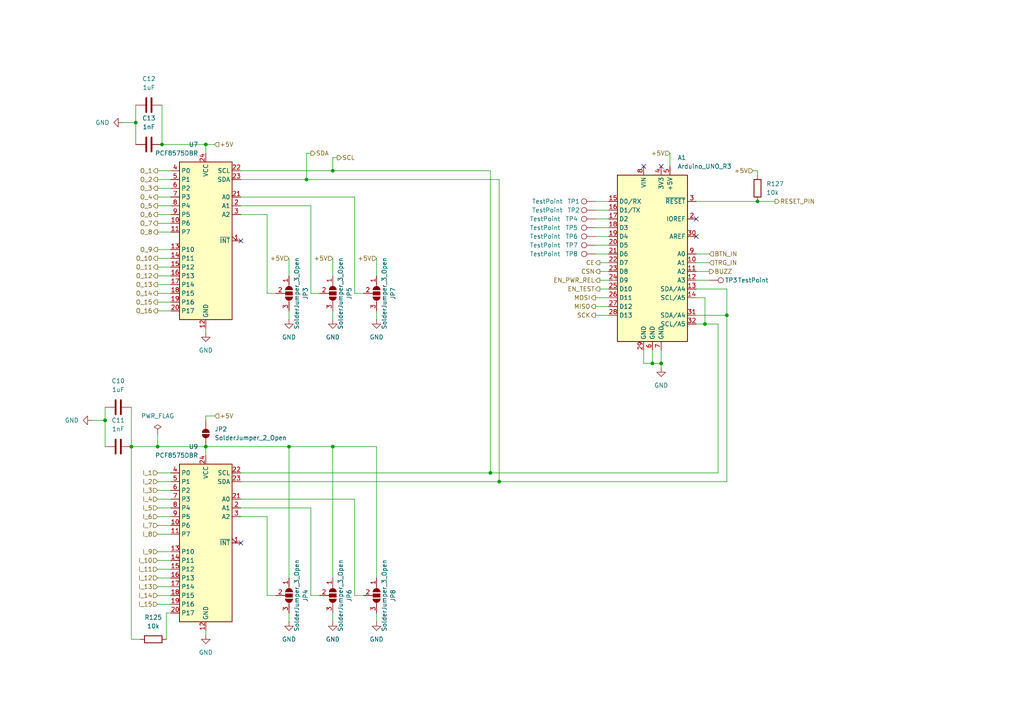
<source format=kicad_sch>
(kicad_sch
	(version 20231120)
	(generator "eeschema")
	(generator_version "8.0")
	(uuid "24534a52-a955-4213-a997-e06332a548c6")
	(paper "A4")
	(title_block
		(title "Centralina Pirotecnica")
		(date "2024-06-28")
		(rev "2.0")
	)
	(lib_symbols
		(symbol "Connector:TestPoint"
			(pin_numbers hide)
			(pin_names
				(offset 0.762) hide)
			(exclude_from_sim no)
			(in_bom yes)
			(on_board yes)
			(property "Reference" "TP"
				(at 0 6.858 0)
				(effects
					(font
						(size 1.27 1.27)
					)
				)
			)
			(property "Value" "TestPoint"
				(at 0 5.08 0)
				(effects
					(font
						(size 1.27 1.27)
					)
				)
			)
			(property "Footprint" ""
				(at 5.08 0 0)
				(effects
					(font
						(size 1.27 1.27)
					)
					(hide yes)
				)
			)
			(property "Datasheet" "~"
				(at 5.08 0 0)
				(effects
					(font
						(size 1.27 1.27)
					)
					(hide yes)
				)
			)
			(property "Description" "test point"
				(at 0 0 0)
				(effects
					(font
						(size 1.27 1.27)
					)
					(hide yes)
				)
			)
			(property "ki_keywords" "test point tp"
				(at 0 0 0)
				(effects
					(font
						(size 1.27 1.27)
					)
					(hide yes)
				)
			)
			(property "ki_fp_filters" "Pin* Test*"
				(at 0 0 0)
				(effects
					(font
						(size 1.27 1.27)
					)
					(hide yes)
				)
			)
			(symbol "TestPoint_0_1"
				(circle
					(center 0 3.302)
					(radius 0.762)
					(stroke
						(width 0)
						(type default)
					)
					(fill
						(type none)
					)
				)
			)
			(symbol "TestPoint_1_1"
				(pin passive line
					(at 0 0 90)
					(length 2.54)
					(name "1"
						(effects
							(font
								(size 1.27 1.27)
							)
						)
					)
					(number "1"
						(effects
							(font
								(size 1.27 1.27)
							)
						)
					)
				)
			)
		)
		(symbol "Device:C"
			(pin_numbers hide)
			(pin_names
				(offset 0.254)
			)
			(exclude_from_sim no)
			(in_bom yes)
			(on_board yes)
			(property "Reference" "C"
				(at 0.635 2.54 0)
				(effects
					(font
						(size 1.27 1.27)
					)
					(justify left)
				)
			)
			(property "Value" "C"
				(at 0.635 -2.54 0)
				(effects
					(font
						(size 1.27 1.27)
					)
					(justify left)
				)
			)
			(property "Footprint" ""
				(at 0.9652 -3.81 0)
				(effects
					(font
						(size 1.27 1.27)
					)
					(hide yes)
				)
			)
			(property "Datasheet" "~"
				(at 0 0 0)
				(effects
					(font
						(size 1.27 1.27)
					)
					(hide yes)
				)
			)
			(property "Description" "Unpolarized capacitor"
				(at 0 0 0)
				(effects
					(font
						(size 1.27 1.27)
					)
					(hide yes)
				)
			)
			(property "ki_keywords" "cap capacitor"
				(at 0 0 0)
				(effects
					(font
						(size 1.27 1.27)
					)
					(hide yes)
				)
			)
			(property "ki_fp_filters" "C_*"
				(at 0 0 0)
				(effects
					(font
						(size 1.27 1.27)
					)
					(hide yes)
				)
			)
			(symbol "C_0_1"
				(polyline
					(pts
						(xy -2.032 -0.762) (xy 2.032 -0.762)
					)
					(stroke
						(width 0.508)
						(type default)
					)
					(fill
						(type none)
					)
				)
				(polyline
					(pts
						(xy -2.032 0.762) (xy 2.032 0.762)
					)
					(stroke
						(width 0.508)
						(type default)
					)
					(fill
						(type none)
					)
				)
			)
			(symbol "C_1_1"
				(pin passive line
					(at 0 3.81 270)
					(length 2.794)
					(name "~"
						(effects
							(font
								(size 1.27 1.27)
							)
						)
					)
					(number "1"
						(effects
							(font
								(size 1.27 1.27)
							)
						)
					)
				)
				(pin passive line
					(at 0 -3.81 90)
					(length 2.794)
					(name "~"
						(effects
							(font
								(size 1.27 1.27)
							)
						)
					)
					(number "2"
						(effects
							(font
								(size 1.27 1.27)
							)
						)
					)
				)
			)
		)
		(symbol "Device:R"
			(pin_numbers hide)
			(pin_names
				(offset 0)
			)
			(exclude_from_sim no)
			(in_bom yes)
			(on_board yes)
			(property "Reference" "R"
				(at 2.032 0 90)
				(effects
					(font
						(size 1.27 1.27)
					)
				)
			)
			(property "Value" "R"
				(at 0 0 90)
				(effects
					(font
						(size 1.27 1.27)
					)
				)
			)
			(property "Footprint" ""
				(at -1.778 0 90)
				(effects
					(font
						(size 1.27 1.27)
					)
					(hide yes)
				)
			)
			(property "Datasheet" "~"
				(at 0 0 0)
				(effects
					(font
						(size 1.27 1.27)
					)
					(hide yes)
				)
			)
			(property "Description" "Resistor"
				(at 0 0 0)
				(effects
					(font
						(size 1.27 1.27)
					)
					(hide yes)
				)
			)
			(property "ki_keywords" "R res resistor"
				(at 0 0 0)
				(effects
					(font
						(size 1.27 1.27)
					)
					(hide yes)
				)
			)
			(property "ki_fp_filters" "R_*"
				(at 0 0 0)
				(effects
					(font
						(size 1.27 1.27)
					)
					(hide yes)
				)
			)
			(symbol "R_0_1"
				(rectangle
					(start -1.016 -2.54)
					(end 1.016 2.54)
					(stroke
						(width 0.254)
						(type default)
					)
					(fill
						(type none)
					)
				)
			)
			(symbol "R_1_1"
				(pin passive line
					(at 0 3.81 270)
					(length 1.27)
					(name "~"
						(effects
							(font
								(size 1.27 1.27)
							)
						)
					)
					(number "1"
						(effects
							(font
								(size 1.27 1.27)
							)
						)
					)
				)
				(pin passive line
					(at 0 -3.81 90)
					(length 1.27)
					(name "~"
						(effects
							(font
								(size 1.27 1.27)
							)
						)
					)
					(number "2"
						(effects
							(font
								(size 1.27 1.27)
							)
						)
					)
				)
			)
		)
		(symbol "Interface_Expansion:PCF8575DBR"
			(exclude_from_sim no)
			(in_bom yes)
			(on_board yes)
			(property "Reference" "U"
				(at -6.35 24.13 0)
				(effects
					(font
						(size 1.27 1.27)
					)
				)
			)
			(property "Value" "PCF8575DBR"
				(at 7.62 -24.13 0)
				(effects
					(font
						(size 1.27 1.27)
					)
				)
			)
			(property "Footprint" "Package_SO:SSOP-24_5.3x8.2mm_P0.65mm"
				(at 0 0 0)
				(effects
					(font
						(size 1.27 1.27)
					)
					(hide yes)
				)
			)
			(property "Datasheet" "https://www.ti.com/lit/ds/symlink/pcf8575.pdf"
				(at 0 0 0)
				(effects
					(font
						(size 1.27 1.27)
					)
					(hide yes)
				)
			)
			(property "Description" "16 Bits Port/Expander to I2C Bus, SSOP-24"
				(at 0 0 0)
				(effects
					(font
						(size 1.27 1.27)
					)
					(hide yes)
				)
			)
			(property "ki_keywords" "I2C Expander"
				(at 0 0 0)
				(effects
					(font
						(size 1.27 1.27)
					)
					(hide yes)
				)
			)
			(property "ki_fp_filters" "SSOP*5.3x8.2mm*P0.65mm*"
				(at 0 0 0)
				(effects
					(font
						(size 1.27 1.27)
					)
					(hide yes)
				)
			)
			(symbol "PCF8575DBR_0_1"
				(rectangle
					(start -7.62 22.86)
					(end 7.62 -22.86)
					(stroke
						(width 0.254)
						(type default)
					)
					(fill
						(type background)
					)
				)
			)
			(symbol "PCF8575DBR_1_1"
				(pin open_collector output_low
					(at -10.16 0 0)
					(length 2.54)
					(name "~{INT}"
						(effects
							(font
								(size 1.27 1.27)
							)
						)
					)
					(number "1"
						(effects
							(font
								(size 1.27 1.27)
							)
						)
					)
				)
				(pin bidirectional line
					(at 10.16 5.08 180)
					(length 2.54)
					(name "P6"
						(effects
							(font
								(size 1.27 1.27)
							)
						)
					)
					(number "10"
						(effects
							(font
								(size 1.27 1.27)
							)
						)
					)
				)
				(pin bidirectional line
					(at 10.16 2.54 180)
					(length 2.54)
					(name "P7"
						(effects
							(font
								(size 1.27 1.27)
							)
						)
					)
					(number "11"
						(effects
							(font
								(size 1.27 1.27)
							)
						)
					)
				)
				(pin power_in line
					(at 0 -25.4 90)
					(length 2.54)
					(name "GND"
						(effects
							(font
								(size 1.27 1.27)
							)
						)
					)
					(number "12"
						(effects
							(font
								(size 1.27 1.27)
							)
						)
					)
				)
				(pin bidirectional line
					(at 10.16 -2.54 180)
					(length 2.54)
					(name "P10"
						(effects
							(font
								(size 1.27 1.27)
							)
						)
					)
					(number "13"
						(effects
							(font
								(size 1.27 1.27)
							)
						)
					)
				)
				(pin bidirectional line
					(at 10.16 -5.08 180)
					(length 2.54)
					(name "P11"
						(effects
							(font
								(size 1.27 1.27)
							)
						)
					)
					(number "14"
						(effects
							(font
								(size 1.27 1.27)
							)
						)
					)
				)
				(pin bidirectional line
					(at 10.16 -7.62 180)
					(length 2.54)
					(name "P12"
						(effects
							(font
								(size 1.27 1.27)
							)
						)
					)
					(number "15"
						(effects
							(font
								(size 1.27 1.27)
							)
						)
					)
				)
				(pin bidirectional line
					(at 10.16 -10.16 180)
					(length 2.54)
					(name "P13"
						(effects
							(font
								(size 1.27 1.27)
							)
						)
					)
					(number "16"
						(effects
							(font
								(size 1.27 1.27)
							)
						)
					)
				)
				(pin bidirectional line
					(at 10.16 -12.7 180)
					(length 2.54)
					(name "P14"
						(effects
							(font
								(size 1.27 1.27)
							)
						)
					)
					(number "17"
						(effects
							(font
								(size 1.27 1.27)
							)
						)
					)
				)
				(pin bidirectional line
					(at 10.16 -15.24 180)
					(length 2.54)
					(name "P15"
						(effects
							(font
								(size 1.27 1.27)
							)
						)
					)
					(number "18"
						(effects
							(font
								(size 1.27 1.27)
							)
						)
					)
				)
				(pin bidirectional line
					(at 10.16 -17.78 180)
					(length 2.54)
					(name "P16"
						(effects
							(font
								(size 1.27 1.27)
							)
						)
					)
					(number "19"
						(effects
							(font
								(size 1.27 1.27)
							)
						)
					)
				)
				(pin input line
					(at -10.16 10.16 0)
					(length 2.54)
					(name "A1"
						(effects
							(font
								(size 1.27 1.27)
							)
						)
					)
					(number "2"
						(effects
							(font
								(size 1.27 1.27)
							)
						)
					)
				)
				(pin bidirectional line
					(at 10.16 -20.32 180)
					(length 2.54)
					(name "P17"
						(effects
							(font
								(size 1.27 1.27)
							)
						)
					)
					(number "20"
						(effects
							(font
								(size 1.27 1.27)
							)
						)
					)
				)
				(pin input line
					(at -10.16 12.7 0)
					(length 2.54)
					(name "A0"
						(effects
							(font
								(size 1.27 1.27)
							)
						)
					)
					(number "21"
						(effects
							(font
								(size 1.27 1.27)
							)
						)
					)
				)
				(pin input line
					(at -10.16 20.32 0)
					(length 2.54)
					(name "SCL"
						(effects
							(font
								(size 1.27 1.27)
							)
						)
					)
					(number "22"
						(effects
							(font
								(size 1.27 1.27)
							)
						)
					)
				)
				(pin bidirectional line
					(at -10.16 17.78 0)
					(length 2.54)
					(name "SDA"
						(effects
							(font
								(size 1.27 1.27)
							)
						)
					)
					(number "23"
						(effects
							(font
								(size 1.27 1.27)
							)
						)
					)
				)
				(pin power_in line
					(at 0 25.4 270)
					(length 2.54)
					(name "VCC"
						(effects
							(font
								(size 1.27 1.27)
							)
						)
					)
					(number "24"
						(effects
							(font
								(size 1.27 1.27)
							)
						)
					)
				)
				(pin input line
					(at -10.16 7.62 0)
					(length 2.54)
					(name "A2"
						(effects
							(font
								(size 1.27 1.27)
							)
						)
					)
					(number "3"
						(effects
							(font
								(size 1.27 1.27)
							)
						)
					)
				)
				(pin bidirectional line
					(at 10.16 20.32 180)
					(length 2.54)
					(name "P0"
						(effects
							(font
								(size 1.27 1.27)
							)
						)
					)
					(number "4"
						(effects
							(font
								(size 1.27 1.27)
							)
						)
					)
				)
				(pin bidirectional line
					(at 10.16 17.78 180)
					(length 2.54)
					(name "P1"
						(effects
							(font
								(size 1.27 1.27)
							)
						)
					)
					(number "5"
						(effects
							(font
								(size 1.27 1.27)
							)
						)
					)
				)
				(pin bidirectional line
					(at 10.16 15.24 180)
					(length 2.54)
					(name "P2"
						(effects
							(font
								(size 1.27 1.27)
							)
						)
					)
					(number "6"
						(effects
							(font
								(size 1.27 1.27)
							)
						)
					)
				)
				(pin bidirectional line
					(at 10.16 12.7 180)
					(length 2.54)
					(name "P3"
						(effects
							(font
								(size 1.27 1.27)
							)
						)
					)
					(number "7"
						(effects
							(font
								(size 1.27 1.27)
							)
						)
					)
				)
				(pin bidirectional line
					(at 10.16 10.16 180)
					(length 2.54)
					(name "P4"
						(effects
							(font
								(size 1.27 1.27)
							)
						)
					)
					(number "8"
						(effects
							(font
								(size 1.27 1.27)
							)
						)
					)
				)
				(pin bidirectional line
					(at 10.16 7.62 180)
					(length 2.54)
					(name "P5"
						(effects
							(font
								(size 1.27 1.27)
							)
						)
					)
					(number "9"
						(effects
							(font
								(size 1.27 1.27)
							)
						)
					)
				)
			)
		)
		(symbol "Jumper:SolderJumper_2_Open"
			(pin_numbers hide)
			(pin_names
				(offset 0) hide)
			(exclude_from_sim yes)
			(in_bom no)
			(on_board yes)
			(property "Reference" "JP"
				(at 0 2.032 0)
				(effects
					(font
						(size 1.27 1.27)
					)
				)
			)
			(property "Value" "SolderJumper_2_Open"
				(at 0 -2.54 0)
				(effects
					(font
						(size 1.27 1.27)
					)
				)
			)
			(property "Footprint" ""
				(at 0 0 0)
				(effects
					(font
						(size 1.27 1.27)
					)
					(hide yes)
				)
			)
			(property "Datasheet" "~"
				(at 0 0 0)
				(effects
					(font
						(size 1.27 1.27)
					)
					(hide yes)
				)
			)
			(property "Description" "Solder Jumper, 2-pole, open"
				(at 0 0 0)
				(effects
					(font
						(size 1.27 1.27)
					)
					(hide yes)
				)
			)
			(property "ki_keywords" "solder jumper SPST"
				(at 0 0 0)
				(effects
					(font
						(size 1.27 1.27)
					)
					(hide yes)
				)
			)
			(property "ki_fp_filters" "SolderJumper*Open*"
				(at 0 0 0)
				(effects
					(font
						(size 1.27 1.27)
					)
					(hide yes)
				)
			)
			(symbol "SolderJumper_2_Open_0_1"
				(arc
					(start -0.254 1.016)
					(mid -1.2656 0)
					(end -0.254 -1.016)
					(stroke
						(width 0)
						(type default)
					)
					(fill
						(type none)
					)
				)
				(arc
					(start -0.254 1.016)
					(mid -1.2656 0)
					(end -0.254 -1.016)
					(stroke
						(width 0)
						(type default)
					)
					(fill
						(type outline)
					)
				)
				(polyline
					(pts
						(xy -0.254 1.016) (xy -0.254 -1.016)
					)
					(stroke
						(width 0)
						(type default)
					)
					(fill
						(type none)
					)
				)
				(polyline
					(pts
						(xy 0.254 1.016) (xy 0.254 -1.016)
					)
					(stroke
						(width 0)
						(type default)
					)
					(fill
						(type none)
					)
				)
				(arc
					(start 0.254 -1.016)
					(mid 1.2656 0)
					(end 0.254 1.016)
					(stroke
						(width 0)
						(type default)
					)
					(fill
						(type none)
					)
				)
				(arc
					(start 0.254 -1.016)
					(mid 1.2656 0)
					(end 0.254 1.016)
					(stroke
						(width 0)
						(type default)
					)
					(fill
						(type outline)
					)
				)
			)
			(symbol "SolderJumper_2_Open_1_1"
				(pin passive line
					(at -3.81 0 0)
					(length 2.54)
					(name "A"
						(effects
							(font
								(size 1.27 1.27)
							)
						)
					)
					(number "1"
						(effects
							(font
								(size 1.27 1.27)
							)
						)
					)
				)
				(pin passive line
					(at 3.81 0 180)
					(length 2.54)
					(name "B"
						(effects
							(font
								(size 1.27 1.27)
							)
						)
					)
					(number "2"
						(effects
							(font
								(size 1.27 1.27)
							)
						)
					)
				)
			)
		)
		(symbol "Jumper:SolderJumper_3_Open"
			(pin_names
				(offset 0) hide)
			(exclude_from_sim yes)
			(in_bom no)
			(on_board yes)
			(property "Reference" "JP"
				(at -2.54 -2.54 0)
				(effects
					(font
						(size 1.27 1.27)
					)
				)
			)
			(property "Value" "SolderJumper_3_Open"
				(at 0 2.794 0)
				(effects
					(font
						(size 1.27 1.27)
					)
				)
			)
			(property "Footprint" ""
				(at 0 0 0)
				(effects
					(font
						(size 1.27 1.27)
					)
					(hide yes)
				)
			)
			(property "Datasheet" "~"
				(at 0 0 0)
				(effects
					(font
						(size 1.27 1.27)
					)
					(hide yes)
				)
			)
			(property "Description" "Solder Jumper, 3-pole, open"
				(at 0 0 0)
				(effects
					(font
						(size 1.27 1.27)
					)
					(hide yes)
				)
			)
			(property "ki_keywords" "Solder Jumper SPDT"
				(at 0 0 0)
				(effects
					(font
						(size 1.27 1.27)
					)
					(hide yes)
				)
			)
			(property "ki_fp_filters" "SolderJumper*Open*"
				(at 0 0 0)
				(effects
					(font
						(size 1.27 1.27)
					)
					(hide yes)
				)
			)
			(symbol "SolderJumper_3_Open_0_1"
				(arc
					(start -1.016 1.016)
					(mid -2.0276 0)
					(end -1.016 -1.016)
					(stroke
						(width 0)
						(type default)
					)
					(fill
						(type none)
					)
				)
				(arc
					(start -1.016 1.016)
					(mid -2.0276 0)
					(end -1.016 -1.016)
					(stroke
						(width 0)
						(type default)
					)
					(fill
						(type outline)
					)
				)
				(rectangle
					(start -0.508 1.016)
					(end 0.508 -1.016)
					(stroke
						(width 0)
						(type default)
					)
					(fill
						(type outline)
					)
				)
				(polyline
					(pts
						(xy -2.54 0) (xy -2.032 0)
					)
					(stroke
						(width 0)
						(type default)
					)
					(fill
						(type none)
					)
				)
				(polyline
					(pts
						(xy -1.016 1.016) (xy -1.016 -1.016)
					)
					(stroke
						(width 0)
						(type default)
					)
					(fill
						(type none)
					)
				)
				(polyline
					(pts
						(xy 0 -1.27) (xy 0 -1.016)
					)
					(stroke
						(width 0)
						(type default)
					)
					(fill
						(type none)
					)
				)
				(polyline
					(pts
						(xy 1.016 1.016) (xy 1.016 -1.016)
					)
					(stroke
						(width 0)
						(type default)
					)
					(fill
						(type none)
					)
				)
				(polyline
					(pts
						(xy 2.54 0) (xy 2.032 0)
					)
					(stroke
						(width 0)
						(type default)
					)
					(fill
						(type none)
					)
				)
				(arc
					(start 1.016 -1.016)
					(mid 2.0276 0)
					(end 1.016 1.016)
					(stroke
						(width 0)
						(type default)
					)
					(fill
						(type none)
					)
				)
				(arc
					(start 1.016 -1.016)
					(mid 2.0276 0)
					(end 1.016 1.016)
					(stroke
						(width 0)
						(type default)
					)
					(fill
						(type outline)
					)
				)
			)
			(symbol "SolderJumper_3_Open_1_1"
				(pin passive line
					(at -5.08 0 0)
					(length 2.54)
					(name "A"
						(effects
							(font
								(size 1.27 1.27)
							)
						)
					)
					(number "1"
						(effects
							(font
								(size 1.27 1.27)
							)
						)
					)
				)
				(pin passive line
					(at 0 -3.81 90)
					(length 2.54)
					(name "C"
						(effects
							(font
								(size 1.27 1.27)
							)
						)
					)
					(number "2"
						(effects
							(font
								(size 1.27 1.27)
							)
						)
					)
				)
				(pin passive line
					(at 5.08 0 180)
					(length 2.54)
					(name "B"
						(effects
							(font
								(size 1.27 1.27)
							)
						)
					)
					(number "3"
						(effects
							(font
								(size 1.27 1.27)
							)
						)
					)
				)
			)
		)
		(symbol "MCU_Module:Arduino_UNO_R3"
			(exclude_from_sim no)
			(in_bom yes)
			(on_board yes)
			(property "Reference" "A"
				(at -10.16 23.495 0)
				(effects
					(font
						(size 1.27 1.27)
					)
					(justify left bottom)
				)
			)
			(property "Value" "Arduino_UNO_R3"
				(at 5.08 -26.67 0)
				(effects
					(font
						(size 1.27 1.27)
					)
					(justify left top)
				)
			)
			(property "Footprint" "Module:Arduino_UNO_R3"
				(at 0 0 0)
				(effects
					(font
						(size 1.27 1.27)
						(italic yes)
					)
					(hide yes)
				)
			)
			(property "Datasheet" "https://www.arduino.cc/en/Main/arduinoBoardUno"
				(at 0 0 0)
				(effects
					(font
						(size 1.27 1.27)
					)
					(hide yes)
				)
			)
			(property "Description" "Arduino UNO Microcontroller Module, release 3"
				(at 0 0 0)
				(effects
					(font
						(size 1.27 1.27)
					)
					(hide yes)
				)
			)
			(property "ki_keywords" "Arduino UNO R3 Microcontroller Module Atmel AVR USB"
				(at 0 0 0)
				(effects
					(font
						(size 1.27 1.27)
					)
					(hide yes)
				)
			)
			(property "ki_fp_filters" "Arduino*UNO*R3*"
				(at 0 0 0)
				(effects
					(font
						(size 1.27 1.27)
					)
					(hide yes)
				)
			)
			(symbol "Arduino_UNO_R3_0_1"
				(rectangle
					(start -10.16 22.86)
					(end 10.16 -25.4)
					(stroke
						(width 0.254)
						(type default)
					)
					(fill
						(type background)
					)
				)
			)
			(symbol "Arduino_UNO_R3_1_1"
				(pin no_connect line
					(at -10.16 -20.32 0)
					(length 2.54) hide
					(name "NC"
						(effects
							(font
								(size 1.27 1.27)
							)
						)
					)
					(number "1"
						(effects
							(font
								(size 1.27 1.27)
							)
						)
					)
				)
				(pin bidirectional line
					(at 12.7 -2.54 180)
					(length 2.54)
					(name "A1"
						(effects
							(font
								(size 1.27 1.27)
							)
						)
					)
					(number "10"
						(effects
							(font
								(size 1.27 1.27)
							)
						)
					)
				)
				(pin bidirectional line
					(at 12.7 -5.08 180)
					(length 2.54)
					(name "A2"
						(effects
							(font
								(size 1.27 1.27)
							)
						)
					)
					(number "11"
						(effects
							(font
								(size 1.27 1.27)
							)
						)
					)
				)
				(pin bidirectional line
					(at 12.7 -7.62 180)
					(length 2.54)
					(name "A3"
						(effects
							(font
								(size 1.27 1.27)
							)
						)
					)
					(number "12"
						(effects
							(font
								(size 1.27 1.27)
							)
						)
					)
				)
				(pin bidirectional line
					(at 12.7 -10.16 180)
					(length 2.54)
					(name "SDA/A4"
						(effects
							(font
								(size 1.27 1.27)
							)
						)
					)
					(number "13"
						(effects
							(font
								(size 1.27 1.27)
							)
						)
					)
				)
				(pin bidirectional line
					(at 12.7 -12.7 180)
					(length 2.54)
					(name "SCL/A5"
						(effects
							(font
								(size 1.27 1.27)
							)
						)
					)
					(number "14"
						(effects
							(font
								(size 1.27 1.27)
							)
						)
					)
				)
				(pin bidirectional line
					(at -12.7 15.24 0)
					(length 2.54)
					(name "D0/RX"
						(effects
							(font
								(size 1.27 1.27)
							)
						)
					)
					(number "15"
						(effects
							(font
								(size 1.27 1.27)
							)
						)
					)
				)
				(pin bidirectional line
					(at -12.7 12.7 0)
					(length 2.54)
					(name "D1/TX"
						(effects
							(font
								(size 1.27 1.27)
							)
						)
					)
					(number "16"
						(effects
							(font
								(size 1.27 1.27)
							)
						)
					)
				)
				(pin bidirectional line
					(at -12.7 10.16 0)
					(length 2.54)
					(name "D2"
						(effects
							(font
								(size 1.27 1.27)
							)
						)
					)
					(number "17"
						(effects
							(font
								(size 1.27 1.27)
							)
						)
					)
				)
				(pin bidirectional line
					(at -12.7 7.62 0)
					(length 2.54)
					(name "D3"
						(effects
							(font
								(size 1.27 1.27)
							)
						)
					)
					(number "18"
						(effects
							(font
								(size 1.27 1.27)
							)
						)
					)
				)
				(pin bidirectional line
					(at -12.7 5.08 0)
					(length 2.54)
					(name "D4"
						(effects
							(font
								(size 1.27 1.27)
							)
						)
					)
					(number "19"
						(effects
							(font
								(size 1.27 1.27)
							)
						)
					)
				)
				(pin output line
					(at 12.7 10.16 180)
					(length 2.54)
					(name "IOREF"
						(effects
							(font
								(size 1.27 1.27)
							)
						)
					)
					(number "2"
						(effects
							(font
								(size 1.27 1.27)
							)
						)
					)
				)
				(pin bidirectional line
					(at -12.7 2.54 0)
					(length 2.54)
					(name "D5"
						(effects
							(font
								(size 1.27 1.27)
							)
						)
					)
					(number "20"
						(effects
							(font
								(size 1.27 1.27)
							)
						)
					)
				)
				(pin bidirectional line
					(at -12.7 0 0)
					(length 2.54)
					(name "D6"
						(effects
							(font
								(size 1.27 1.27)
							)
						)
					)
					(number "21"
						(effects
							(font
								(size 1.27 1.27)
							)
						)
					)
				)
				(pin bidirectional line
					(at -12.7 -2.54 0)
					(length 2.54)
					(name "D7"
						(effects
							(font
								(size 1.27 1.27)
							)
						)
					)
					(number "22"
						(effects
							(font
								(size 1.27 1.27)
							)
						)
					)
				)
				(pin bidirectional line
					(at -12.7 -5.08 0)
					(length 2.54)
					(name "D8"
						(effects
							(font
								(size 1.27 1.27)
							)
						)
					)
					(number "23"
						(effects
							(font
								(size 1.27 1.27)
							)
						)
					)
				)
				(pin bidirectional line
					(at -12.7 -7.62 0)
					(length 2.54)
					(name "D9"
						(effects
							(font
								(size 1.27 1.27)
							)
						)
					)
					(number "24"
						(effects
							(font
								(size 1.27 1.27)
							)
						)
					)
				)
				(pin bidirectional line
					(at -12.7 -10.16 0)
					(length 2.54)
					(name "D10"
						(effects
							(font
								(size 1.27 1.27)
							)
						)
					)
					(number "25"
						(effects
							(font
								(size 1.27 1.27)
							)
						)
					)
				)
				(pin bidirectional line
					(at -12.7 -12.7 0)
					(length 2.54)
					(name "D11"
						(effects
							(font
								(size 1.27 1.27)
							)
						)
					)
					(number "26"
						(effects
							(font
								(size 1.27 1.27)
							)
						)
					)
				)
				(pin bidirectional line
					(at -12.7 -15.24 0)
					(length 2.54)
					(name "D12"
						(effects
							(font
								(size 1.27 1.27)
							)
						)
					)
					(number "27"
						(effects
							(font
								(size 1.27 1.27)
							)
						)
					)
				)
				(pin bidirectional line
					(at -12.7 -17.78 0)
					(length 2.54)
					(name "D13"
						(effects
							(font
								(size 1.27 1.27)
							)
						)
					)
					(number "28"
						(effects
							(font
								(size 1.27 1.27)
							)
						)
					)
				)
				(pin power_in line
					(at -2.54 -27.94 90)
					(length 2.54)
					(name "GND"
						(effects
							(font
								(size 1.27 1.27)
							)
						)
					)
					(number "29"
						(effects
							(font
								(size 1.27 1.27)
							)
						)
					)
				)
				(pin input line
					(at 12.7 15.24 180)
					(length 2.54)
					(name "~{RESET}"
						(effects
							(font
								(size 1.27 1.27)
							)
						)
					)
					(number "3"
						(effects
							(font
								(size 1.27 1.27)
							)
						)
					)
				)
				(pin input line
					(at 12.7 5.08 180)
					(length 2.54)
					(name "AREF"
						(effects
							(font
								(size 1.27 1.27)
							)
						)
					)
					(number "30"
						(effects
							(font
								(size 1.27 1.27)
							)
						)
					)
				)
				(pin bidirectional line
					(at 12.7 -17.78 180)
					(length 2.54)
					(name "SDA/A4"
						(effects
							(font
								(size 1.27 1.27)
							)
						)
					)
					(number "31"
						(effects
							(font
								(size 1.27 1.27)
							)
						)
					)
				)
				(pin bidirectional line
					(at 12.7 -20.32 180)
					(length 2.54)
					(name "SCL/A5"
						(effects
							(font
								(size 1.27 1.27)
							)
						)
					)
					(number "32"
						(effects
							(font
								(size 1.27 1.27)
							)
						)
					)
				)
				(pin power_out line
					(at 2.54 25.4 270)
					(length 2.54)
					(name "3V3"
						(effects
							(font
								(size 1.27 1.27)
							)
						)
					)
					(number "4"
						(effects
							(font
								(size 1.27 1.27)
							)
						)
					)
				)
				(pin power_out line
					(at 5.08 25.4 270)
					(length 2.54)
					(name "+5V"
						(effects
							(font
								(size 1.27 1.27)
							)
						)
					)
					(number "5"
						(effects
							(font
								(size 1.27 1.27)
							)
						)
					)
				)
				(pin power_in line
					(at 0 -27.94 90)
					(length 2.54)
					(name "GND"
						(effects
							(font
								(size 1.27 1.27)
							)
						)
					)
					(number "6"
						(effects
							(font
								(size 1.27 1.27)
							)
						)
					)
				)
				(pin power_in line
					(at 2.54 -27.94 90)
					(length 2.54)
					(name "GND"
						(effects
							(font
								(size 1.27 1.27)
							)
						)
					)
					(number "7"
						(effects
							(font
								(size 1.27 1.27)
							)
						)
					)
				)
				(pin power_in line
					(at -2.54 25.4 270)
					(length 2.54)
					(name "VIN"
						(effects
							(font
								(size 1.27 1.27)
							)
						)
					)
					(number "8"
						(effects
							(font
								(size 1.27 1.27)
							)
						)
					)
				)
				(pin bidirectional line
					(at 12.7 0 180)
					(length 2.54)
					(name "A0"
						(effects
							(font
								(size 1.27 1.27)
							)
						)
					)
					(number "9"
						(effects
							(font
								(size 1.27 1.27)
							)
						)
					)
				)
			)
		)
		(symbol "power:GND"
			(power)
			(pin_numbers hide)
			(pin_names
				(offset 0) hide)
			(exclude_from_sim no)
			(in_bom yes)
			(on_board yes)
			(property "Reference" "#PWR"
				(at 0 -6.35 0)
				(effects
					(font
						(size 1.27 1.27)
					)
					(hide yes)
				)
			)
			(property "Value" "GND"
				(at 0 -3.81 0)
				(effects
					(font
						(size 1.27 1.27)
					)
				)
			)
			(property "Footprint" ""
				(at 0 0 0)
				(effects
					(font
						(size 1.27 1.27)
					)
					(hide yes)
				)
			)
			(property "Datasheet" ""
				(at 0 0 0)
				(effects
					(font
						(size 1.27 1.27)
					)
					(hide yes)
				)
			)
			(property "Description" "Power symbol creates a global label with name \"GND\" , ground"
				(at 0 0 0)
				(effects
					(font
						(size 1.27 1.27)
					)
					(hide yes)
				)
			)
			(property "ki_keywords" "global power"
				(at 0 0 0)
				(effects
					(font
						(size 1.27 1.27)
					)
					(hide yes)
				)
			)
			(symbol "GND_0_1"
				(polyline
					(pts
						(xy 0 0) (xy 0 -1.27) (xy 1.27 -1.27) (xy 0 -2.54) (xy -1.27 -1.27) (xy 0 -1.27)
					)
					(stroke
						(width 0)
						(type default)
					)
					(fill
						(type none)
					)
				)
			)
			(symbol "GND_1_1"
				(pin power_in line
					(at 0 0 270)
					(length 0)
					(name "~"
						(effects
							(font
								(size 1.27 1.27)
							)
						)
					)
					(number "1"
						(effects
							(font
								(size 1.27 1.27)
							)
						)
					)
				)
			)
		)
		(symbol "power:PWR_FLAG"
			(power)
			(pin_numbers hide)
			(pin_names
				(offset 0) hide)
			(exclude_from_sim no)
			(in_bom yes)
			(on_board yes)
			(property "Reference" "#FLG"
				(at 0 1.905 0)
				(effects
					(font
						(size 1.27 1.27)
					)
					(hide yes)
				)
			)
			(property "Value" "PWR_FLAG"
				(at 0 3.81 0)
				(effects
					(font
						(size 1.27 1.27)
					)
				)
			)
			(property "Footprint" ""
				(at 0 0 0)
				(effects
					(font
						(size 1.27 1.27)
					)
					(hide yes)
				)
			)
			(property "Datasheet" "~"
				(at 0 0 0)
				(effects
					(font
						(size 1.27 1.27)
					)
					(hide yes)
				)
			)
			(property "Description" "Special symbol for telling ERC where power comes from"
				(at 0 0 0)
				(effects
					(font
						(size 1.27 1.27)
					)
					(hide yes)
				)
			)
			(property "ki_keywords" "flag power"
				(at 0 0 0)
				(effects
					(font
						(size 1.27 1.27)
					)
					(hide yes)
				)
			)
			(symbol "PWR_FLAG_0_0"
				(pin power_out line
					(at 0 0 90)
					(length 0)
					(name "~"
						(effects
							(font
								(size 1.27 1.27)
							)
						)
					)
					(number "1"
						(effects
							(font
								(size 1.27 1.27)
							)
						)
					)
				)
			)
			(symbol "PWR_FLAG_0_1"
				(polyline
					(pts
						(xy 0 0) (xy 0 1.27) (xy -1.016 1.905) (xy 0 2.54) (xy 1.016 1.905) (xy 0 1.27)
					)
					(stroke
						(width 0)
						(type default)
					)
					(fill
						(type none)
					)
				)
			)
		)
	)
	(junction
		(at 144.78 139.7)
		(diameter 0)
		(color 0 0 0 0)
		(uuid "076084bb-5f8b-46ae-8ffa-fe4acc31aac7")
	)
	(junction
		(at 46.99 41.91)
		(diameter 0)
		(color 0 0 0 0)
		(uuid "0e8ad1c1-8743-4e5e-859f-c103aeb220b8")
	)
	(junction
		(at 210.82 91.44)
		(diameter 0)
		(color 0 0 0 0)
		(uuid "1e13afae-fed5-4452-bf2e-1f0c072ce805")
	)
	(junction
		(at 142.24 137.16)
		(diameter 0)
		(color 0 0 0 0)
		(uuid "37757aff-c495-4e16-b99b-9484486414ec")
	)
	(junction
		(at 59.69 41.91)
		(diameter 0)
		(color 0 0 0 0)
		(uuid "42a1a590-845e-43dc-8dcd-53671f556b96")
	)
	(junction
		(at 39.37 35.56)
		(diameter 0)
		(color 0 0 0 0)
		(uuid "438c1edb-d6c0-477d-957a-77c66609bc42")
	)
	(junction
		(at 96.52 129.54)
		(diameter 0)
		(color 0 0 0 0)
		(uuid "56c04099-8be8-4357-8669-58ed8f5579e2")
	)
	(junction
		(at 45.72 129.54)
		(diameter 0)
		(color 0 0 0 0)
		(uuid "627f39b7-d604-40d3-b939-f6bc5afcefcb")
	)
	(junction
		(at 219.71 58.42)
		(diameter 0)
		(color 0 0 0 0)
		(uuid "70ff963e-e108-47f1-ae74-30cbb9a822f2")
	)
	(junction
		(at 191.77 105.41)
		(diameter 0)
		(color 0 0 0 0)
		(uuid "82a3f665-b580-4eb8-9ee7-e4c08a7de5ad")
	)
	(junction
		(at 204.47 93.98)
		(diameter 0)
		(color 0 0 0 0)
		(uuid "89c4c3ae-adef-4808-ac2d-3af85539c3ff")
	)
	(junction
		(at 83.82 129.54)
		(diameter 0)
		(color 0 0 0 0)
		(uuid "8b1511a1-dec1-4c97-9d1f-af307410d6b1")
	)
	(junction
		(at 96.52 49.53)
		(diameter 0)
		(color 0 0 0 0)
		(uuid "9b0a7ae1-adbd-464b-a307-d75a88f7c69d")
	)
	(junction
		(at 59.69 129.54)
		(diameter 0)
		(color 0 0 0 0)
		(uuid "a56464c1-6c9a-4dfd-9f15-cc22bf9fad3e")
	)
	(junction
		(at 189.23 105.41)
		(diameter 0)
		(color 0 0 0 0)
		(uuid "b1709e8e-0145-493a-9cd1-eae02097ef12")
	)
	(junction
		(at 30.48 121.92)
		(diameter 0)
		(color 0 0 0 0)
		(uuid "dfb0df0d-002a-488e-a836-b886b54c3e45")
	)
	(junction
		(at 38.1 129.54)
		(diameter 0)
		(color 0 0 0 0)
		(uuid "ee69db2b-77c4-453f-ae9a-d52f90096126")
	)
	(junction
		(at 88.9 52.07)
		(diameter 0)
		(color 0 0 0 0)
		(uuid "f369946d-eb2a-446e-954a-a46fb85a1212")
	)
	(no_connect
		(at 201.93 68.58)
		(uuid "021515f5-ecd4-4d9d-b0bd-b8c13d121ab5")
	)
	(no_connect
		(at 69.85 69.85)
		(uuid "18dec326-404f-4e54-95ea-92789311d116")
	)
	(no_connect
		(at 69.85 157.48)
		(uuid "41ae58fd-2011-43d1-9d27-c0b6dcc4448e")
	)
	(no_connect
		(at 191.77 48.26)
		(uuid "580ffe84-32d0-4545-a5c8-6c31d04153c8")
	)
	(no_connect
		(at 186.69 48.26)
		(uuid "b7ca8ef6-f346-492a-80c8-63575a1db275")
	)
	(no_connect
		(at 201.93 63.5)
		(uuid "ebdf2552-532b-4cc1-a415-30c01fb167bd")
	)
	(wire
		(pts
			(xy 45.72 57.15) (xy 49.53 57.15)
		)
		(stroke
			(width 0)
			(type default)
		)
		(uuid "003de287-b61e-4ffe-9dd9-d2f255d8625c")
	)
	(wire
		(pts
			(xy 38.1 185.42) (xy 40.64 185.42)
		)
		(stroke
			(width 0)
			(type default)
		)
		(uuid "01283908-6739-4499-bdfd-fecfc213b5fb")
	)
	(wire
		(pts
			(xy 90.17 172.72) (xy 92.71 172.72)
		)
		(stroke
			(width 0)
			(type default)
		)
		(uuid "0676cada-5bd0-4f5c-9e9b-de504079115f")
	)
	(wire
		(pts
			(xy 90.17 44.45) (xy 88.9 44.45)
		)
		(stroke
			(width 0)
			(type default)
		)
		(uuid "0c6e3153-3ddc-4e0b-8f0c-a87d0f6caeed")
	)
	(wire
		(pts
			(xy 45.72 64.77) (xy 49.53 64.77)
		)
		(stroke
			(width 0)
			(type default)
		)
		(uuid "0ecf0313-3ff9-4bd8-83e1-eef30a7cf190")
	)
	(wire
		(pts
			(xy 35.56 35.56) (xy 39.37 35.56)
		)
		(stroke
			(width 0)
			(type default)
		)
		(uuid "1101672d-23c2-4134-818c-f0bcd73fd344")
	)
	(wire
		(pts
			(xy 208.28 93.98) (xy 208.28 137.16)
		)
		(stroke
			(width 0)
			(type default)
		)
		(uuid "1141a880-431c-4053-8566-25b93a8f9fd7")
	)
	(wire
		(pts
			(xy 69.85 49.53) (xy 96.52 49.53)
		)
		(stroke
			(width 0)
			(type default)
		)
		(uuid "12c931e8-91f4-4b10-b192-2594ae155fdb")
	)
	(wire
		(pts
			(xy 45.72 154.94) (xy 49.53 154.94)
		)
		(stroke
			(width 0)
			(type default)
		)
		(uuid "134e8301-ee7f-48fa-aec3-fba650001900")
	)
	(wire
		(pts
			(xy 26.67 121.92) (xy 30.48 121.92)
		)
		(stroke
			(width 0)
			(type default)
		)
		(uuid "14b1f969-d810-4d4b-8a5d-19eda37f7785")
	)
	(wire
		(pts
			(xy 90.17 59.69) (xy 90.17 85.09)
		)
		(stroke
			(width 0)
			(type default)
		)
		(uuid "18a1049a-a425-4583-aa9e-433e542fc33f")
	)
	(wire
		(pts
			(xy 69.85 147.32) (xy 90.17 147.32)
		)
		(stroke
			(width 0)
			(type default)
		)
		(uuid "19257ba5-018b-4a38-aa60-ec5ba50564cb")
	)
	(wire
		(pts
			(xy 83.82 90.17) (xy 83.82 92.71)
		)
		(stroke
			(width 0)
			(type default)
		)
		(uuid "1adbd2a1-00bd-4946-9130-2bb2b6d4e2e8")
	)
	(wire
		(pts
			(xy 77.47 149.86) (xy 77.47 172.72)
		)
		(stroke
			(width 0)
			(type default)
		)
		(uuid "1b5bc907-f51c-4eb4-a818-9c3ac0fe208b")
	)
	(wire
		(pts
			(xy 102.87 85.09) (xy 105.41 85.09)
		)
		(stroke
			(width 0)
			(type default)
		)
		(uuid "1b7b301b-a330-479d-b5e3-69cae4148ca9")
	)
	(wire
		(pts
			(xy 96.52 177.8) (xy 96.52 180.34)
		)
		(stroke
			(width 0)
			(type default)
		)
		(uuid "1b8eb4a3-3134-4fe7-9d62-fb7fa4957428")
	)
	(wire
		(pts
			(xy 102.87 144.78) (xy 102.87 172.72)
		)
		(stroke
			(width 0)
			(type default)
		)
		(uuid "1ba87e74-b155-4043-9927-f698ba03f8e2")
	)
	(wire
		(pts
			(xy 45.72 167.64) (xy 49.53 167.64)
		)
		(stroke
			(width 0)
			(type default)
		)
		(uuid "1e2b75b8-04c6-403c-8773-aa0723ac03ca")
	)
	(wire
		(pts
			(xy 45.72 59.69) (xy 49.53 59.69)
		)
		(stroke
			(width 0)
			(type default)
		)
		(uuid "1eaec35d-c3cc-4ea1-8b5c-b99795d212f6")
	)
	(wire
		(pts
			(xy 45.72 149.86) (xy 49.53 149.86)
		)
		(stroke
			(width 0)
			(type default)
		)
		(uuid "1ec43358-0a2f-4999-b4d8-12f0d6b71323")
	)
	(wire
		(pts
			(xy 176.53 78.74) (xy 173.99 78.74)
		)
		(stroke
			(width 0)
			(type default)
		)
		(uuid "1ecb5be7-25b9-4317-8380-0f6332d4146d")
	)
	(wire
		(pts
			(xy 176.53 76.2) (xy 173.99 76.2)
		)
		(stroke
			(width 0)
			(type default)
		)
		(uuid "22cdaf54-dd29-4cfc-9dfe-6d699b442d25")
	)
	(wire
		(pts
			(xy 69.85 52.07) (xy 88.9 52.07)
		)
		(stroke
			(width 0)
			(type default)
		)
		(uuid "22e3919a-3a6e-4592-85e8-9cc82a932f92")
	)
	(wire
		(pts
			(xy 176.53 71.12) (xy 172.72 71.12)
		)
		(stroke
			(width 0)
			(type default)
		)
		(uuid "2840615f-761f-4401-9dab-b328de9e6839")
	)
	(wire
		(pts
			(xy 45.72 139.7) (xy 49.53 139.7)
		)
		(stroke
			(width 0)
			(type default)
		)
		(uuid "297e395c-3ef3-4404-bca2-c1279043096b")
	)
	(wire
		(pts
			(xy 172.72 60.96) (xy 176.53 60.96)
		)
		(stroke
			(width 0)
			(type default)
		)
		(uuid "29b400a6-c7cc-40d6-bbea-f90fb21fd583")
	)
	(wire
		(pts
			(xy 45.72 144.78) (xy 49.53 144.78)
		)
		(stroke
			(width 0)
			(type default)
		)
		(uuid "2a93cab0-8b18-47b6-be16-d9965d7c7cdf")
	)
	(wire
		(pts
			(xy 96.52 49.53) (xy 142.24 49.53)
		)
		(stroke
			(width 0)
			(type default)
		)
		(uuid "2b44d2e5-0c44-4b90-ab94-5fd0e06e9d1c")
	)
	(wire
		(pts
			(xy 176.53 68.58) (xy 172.72 68.58)
		)
		(stroke
			(width 0)
			(type default)
		)
		(uuid "2dc84106-3e50-4974-861f-56f16f01f1d9")
	)
	(wire
		(pts
			(xy 69.85 139.7) (xy 144.78 139.7)
		)
		(stroke
			(width 0)
			(type default)
		)
		(uuid "2f8cc747-0a18-45d7-80ce-ebcd497dc857")
	)
	(wire
		(pts
			(xy 96.52 129.54) (xy 109.22 129.54)
		)
		(stroke
			(width 0)
			(type default)
		)
		(uuid "30ab8679-bf25-46d3-bad7-b4923bb5076e")
	)
	(wire
		(pts
			(xy 45.72 52.07) (xy 49.53 52.07)
		)
		(stroke
			(width 0)
			(type default)
		)
		(uuid "31af08ab-9590-4c2b-bcaf-f772cd1267c2")
	)
	(wire
		(pts
			(xy 109.22 129.54) (xy 109.22 167.64)
		)
		(stroke
			(width 0)
			(type default)
		)
		(uuid "32a099ac-39a5-4325-89a5-2d8f3884ca1e")
	)
	(wire
		(pts
			(xy 90.17 147.32) (xy 90.17 172.72)
		)
		(stroke
			(width 0)
			(type default)
		)
		(uuid "341b0d7d-4c59-4466-bb08-a8ac9d764b85")
	)
	(wire
		(pts
			(xy 109.22 90.17) (xy 109.22 92.71)
		)
		(stroke
			(width 0)
			(type default)
		)
		(uuid "357f6e18-5035-4ecd-96c1-2623970dfb9b")
	)
	(wire
		(pts
			(xy 176.53 63.5) (xy 172.72 63.5)
		)
		(stroke
			(width 0)
			(type default)
		)
		(uuid "3801a853-937d-4bba-be8e-fca71c3ed8a6")
	)
	(wire
		(pts
			(xy 59.69 129.54) (xy 59.69 132.08)
		)
		(stroke
			(width 0)
			(type default)
		)
		(uuid "3801c105-8707-4eab-9f0f-5551af7484c7")
	)
	(wire
		(pts
			(xy 39.37 30.48) (xy 39.37 35.56)
		)
		(stroke
			(width 0)
			(type default)
		)
		(uuid "3af9a743-7413-4ca0-94cc-cc3f9c1c024d")
	)
	(wire
		(pts
			(xy 69.85 137.16) (xy 142.24 137.16)
		)
		(stroke
			(width 0)
			(type default)
		)
		(uuid "3c45b41a-7d0f-4aee-a45b-416d4f93ba64")
	)
	(wire
		(pts
			(xy 45.72 72.39) (xy 49.53 72.39)
		)
		(stroke
			(width 0)
			(type default)
		)
		(uuid "3d6c2ada-01b2-488c-ae90-e537bcc47e0c")
	)
	(wire
		(pts
			(xy 77.47 85.09) (xy 80.01 85.09)
		)
		(stroke
			(width 0)
			(type default)
		)
		(uuid "40856665-8f34-4992-b9f0-3c79a85c1f44")
	)
	(wire
		(pts
			(xy 96.52 45.72) (xy 96.52 49.53)
		)
		(stroke
			(width 0)
			(type default)
		)
		(uuid "414695a9-14d3-45e4-8826-fd426bcaa8dc")
	)
	(wire
		(pts
			(xy 45.72 125.73) (xy 45.72 129.54)
		)
		(stroke
			(width 0)
			(type default)
		)
		(uuid "47dd4736-a5f9-4c80-b65a-2511c8ab280a")
	)
	(wire
		(pts
			(xy 102.87 57.15) (xy 102.87 85.09)
		)
		(stroke
			(width 0)
			(type default)
		)
		(uuid "48a09f64-7165-4786-b96f-9ebe90b737e9")
	)
	(wire
		(pts
			(xy 176.53 86.36) (xy 172.72 86.36)
		)
		(stroke
			(width 0)
			(type default)
		)
		(uuid "4a03d3c4-49af-49f7-a34a-8dcd9afd1e6e")
	)
	(wire
		(pts
			(xy 62.23 120.65) (xy 59.69 120.65)
		)
		(stroke
			(width 0)
			(type default)
		)
		(uuid "4c2cd5dd-6b97-4f00-81d1-c5638072996a")
	)
	(wire
		(pts
			(xy 38.1 118.11) (xy 38.1 129.54)
		)
		(stroke
			(width 0)
			(type default)
		)
		(uuid "4d66ef6f-5214-4371-92b0-69792dfbe01b")
	)
	(wire
		(pts
			(xy 102.87 172.72) (xy 105.41 172.72)
		)
		(stroke
			(width 0)
			(type default)
		)
		(uuid "52113e61-b5b9-4f08-a02b-0665e312b7fe")
	)
	(wire
		(pts
			(xy 46.99 41.91) (xy 59.69 41.91)
		)
		(stroke
			(width 0)
			(type default)
		)
		(uuid "52937fbc-b04c-47c8-b6ff-59cb943b5abe")
	)
	(wire
		(pts
			(xy 88.9 44.45) (xy 88.9 52.07)
		)
		(stroke
			(width 0)
			(type default)
		)
		(uuid "54a82b37-027c-49ba-8a8c-cd80942b4448")
	)
	(wire
		(pts
			(xy 219.71 49.53) (xy 219.71 50.8)
		)
		(stroke
			(width 0)
			(type default)
		)
		(uuid "612d2029-f019-4204-905f-27ca386809ba")
	)
	(wire
		(pts
			(xy 204.47 93.98) (xy 208.28 93.98)
		)
		(stroke
			(width 0)
			(type default)
		)
		(uuid "61566e09-3c0b-4f8f-bd78-0bca5515d739")
	)
	(wire
		(pts
			(xy 176.53 66.04) (xy 172.72 66.04)
		)
		(stroke
			(width 0)
			(type default)
		)
		(uuid "61ea4a51-a63d-424a-8bd4-ff7ebd798cb0")
	)
	(wire
		(pts
			(xy 45.72 49.53) (xy 49.53 49.53)
		)
		(stroke
			(width 0)
			(type default)
		)
		(uuid "626405d8-000a-45b3-938c-7e307026d7c3")
	)
	(wire
		(pts
			(xy 45.72 137.16) (xy 49.53 137.16)
		)
		(stroke
			(width 0)
			(type default)
		)
		(uuid "62ad521c-9fda-4d1c-b6cb-129594e9ab6b")
	)
	(wire
		(pts
			(xy 201.93 93.98) (xy 204.47 93.98)
		)
		(stroke
			(width 0)
			(type default)
		)
		(uuid "6979e2f1-d101-4f56-9149-aa1d99b081b0")
	)
	(wire
		(pts
			(xy 45.72 74.93) (xy 49.53 74.93)
		)
		(stroke
			(width 0)
			(type default)
		)
		(uuid "69a5ad5c-717f-42a1-a5e9-9f21e721e5f4")
	)
	(wire
		(pts
			(xy 45.72 82.55) (xy 49.53 82.55)
		)
		(stroke
			(width 0)
			(type default)
		)
		(uuid "6b1d6066-6e76-4d26-8a8b-32ebcfbc342a")
	)
	(wire
		(pts
			(xy 48.26 177.8) (xy 49.53 177.8)
		)
		(stroke
			(width 0)
			(type default)
		)
		(uuid "6b23bd1c-f044-4ff5-b6da-cf3d48c4f63a")
	)
	(wire
		(pts
			(xy 204.47 86.36) (xy 204.47 93.98)
		)
		(stroke
			(width 0)
			(type default)
		)
		(uuid "6ba1fd0d-929c-40ed-b255-13ecab2d7eb1")
	)
	(wire
		(pts
			(xy 45.72 165.1) (xy 49.53 165.1)
		)
		(stroke
			(width 0)
			(type default)
		)
		(uuid "6d780c84-733a-41dc-8f2a-a2fcb2de0286")
	)
	(wire
		(pts
			(xy 45.72 77.47) (xy 49.53 77.47)
		)
		(stroke
			(width 0)
			(type default)
		)
		(uuid "6ec65029-d0dc-4835-9fa4-68d2e9f20502")
	)
	(wire
		(pts
			(xy 69.85 59.69) (xy 90.17 59.69)
		)
		(stroke
			(width 0)
			(type default)
		)
		(uuid "6f68b98e-80e3-472e-89e9-2de64c1db577")
	)
	(wire
		(pts
			(xy 45.72 152.4) (xy 49.53 152.4)
		)
		(stroke
			(width 0)
			(type default)
		)
		(uuid "7036054f-2e72-480a-97fc-84e49ca318b5")
	)
	(wire
		(pts
			(xy 45.72 175.26) (xy 49.53 175.26)
		)
		(stroke
			(width 0)
			(type default)
		)
		(uuid "720c1c22-1a8e-4ea3-b73d-8bcb80d8ee8b")
	)
	(wire
		(pts
			(xy 83.82 129.54) (xy 83.82 167.64)
		)
		(stroke
			(width 0)
			(type default)
		)
		(uuid "747fc89a-217e-45ab-9bf0-6189e90aecdc")
	)
	(wire
		(pts
			(xy 144.78 139.7) (xy 210.82 139.7)
		)
		(stroke
			(width 0)
			(type default)
		)
		(uuid "751ab3fc-ccc4-4d7a-9ad5-b68d164a15d1")
	)
	(wire
		(pts
			(xy 83.82 74.93) (xy 83.82 80.01)
		)
		(stroke
			(width 0)
			(type default)
		)
		(uuid "75e3bacb-0c77-4b93-a48a-263d52810090")
	)
	(wire
		(pts
			(xy 45.72 85.09) (xy 49.53 85.09)
		)
		(stroke
			(width 0)
			(type default)
		)
		(uuid "79847b7c-70a3-43a1-bf90-33cdb54f6379")
	)
	(wire
		(pts
			(xy 45.72 87.63) (xy 49.53 87.63)
		)
		(stroke
			(width 0)
			(type default)
		)
		(uuid "7cfdf5e2-259a-4dd5-bda2-8ca0db0e6da5")
	)
	(wire
		(pts
			(xy 38.1 185.42) (xy 38.1 129.54)
		)
		(stroke
			(width 0)
			(type default)
		)
		(uuid "8029c825-9694-4792-9237-cee0f9257aee")
	)
	(wire
		(pts
			(xy 46.99 30.48) (xy 46.99 41.91)
		)
		(stroke
			(width 0)
			(type default)
		)
		(uuid "80cc1b4b-0b3b-4cff-be0f-50230b07fbf0")
	)
	(wire
		(pts
			(xy 38.1 129.54) (xy 45.72 129.54)
		)
		(stroke
			(width 0)
			(type default)
		)
		(uuid "835afc05-e66d-4fa6-a325-adcac25d15aa")
	)
	(wire
		(pts
			(xy 83.82 177.8) (xy 83.82 180.34)
		)
		(stroke
			(width 0)
			(type default)
		)
		(uuid "8a9d087c-6eed-4a74-8bc7-e70930097f38")
	)
	(wire
		(pts
			(xy 45.72 147.32) (xy 49.53 147.32)
		)
		(stroke
			(width 0)
			(type default)
		)
		(uuid "8b64e803-46ff-4aa4-a79f-0f4e9bce366f")
	)
	(wire
		(pts
			(xy 176.53 88.9) (xy 172.72 88.9)
		)
		(stroke
			(width 0)
			(type default)
		)
		(uuid "8cb23f66-5f06-4964-b78b-043b08ad9978")
	)
	(wire
		(pts
			(xy 30.48 118.11) (xy 30.48 121.92)
		)
		(stroke
			(width 0)
			(type default)
		)
		(uuid "8e75dd06-22ae-46ac-a303-8ce33aab4de6")
	)
	(wire
		(pts
			(xy 45.72 90.17) (xy 49.53 90.17)
		)
		(stroke
			(width 0)
			(type default)
		)
		(uuid "8f4a1021-3080-4e7c-aa5a-707ee9508c36")
	)
	(wire
		(pts
			(xy 194.31 44.45) (xy 194.31 48.26)
		)
		(stroke
			(width 0)
			(type default)
		)
		(uuid "906c9164-183e-43d6-bba5-d3114fdc772b")
	)
	(wire
		(pts
			(xy 90.17 85.09) (xy 92.71 85.09)
		)
		(stroke
			(width 0)
			(type default)
		)
		(uuid "94b8ea8c-6edb-4221-ac3f-cd9ef2c9cf7b")
	)
	(wire
		(pts
			(xy 189.23 105.41) (xy 189.23 101.6)
		)
		(stroke
			(width 0)
			(type default)
		)
		(uuid "94f855d1-44e7-486c-bf28-5a15d3783971")
	)
	(wire
		(pts
			(xy 69.85 149.86) (xy 77.47 149.86)
		)
		(stroke
			(width 0)
			(type default)
		)
		(uuid "9ae6b8e7-1098-43c9-8100-f4de96d44381")
	)
	(wire
		(pts
			(xy 144.78 52.07) (xy 144.78 139.7)
		)
		(stroke
			(width 0)
			(type default)
		)
		(uuid "9c7ad3cb-7091-4e8f-8d1d-f18c8fb59001")
	)
	(wire
		(pts
			(xy 201.93 58.42) (xy 219.71 58.42)
		)
		(stroke
			(width 0)
			(type default)
		)
		(uuid "9c90224e-b312-4eeb-b235-1b778fc2ab98")
	)
	(wire
		(pts
			(xy 59.69 182.88) (xy 59.69 184.15)
		)
		(stroke
			(width 0)
			(type default)
		)
		(uuid "9f27d595-bcb6-43fe-9e6d-fe5d1bf68cff")
	)
	(wire
		(pts
			(xy 109.22 177.8) (xy 109.22 180.34)
		)
		(stroke
			(width 0)
			(type default)
		)
		(uuid "9f6fb74b-35fe-441a-8894-8ea91e06b6e9")
	)
	(wire
		(pts
			(xy 201.93 91.44) (xy 210.82 91.44)
		)
		(stroke
			(width 0)
			(type default)
		)
		(uuid "a0dfeebf-a220-4573-add0-fbf4445c10b7")
	)
	(wire
		(pts
			(xy 102.87 144.78) (xy 69.85 144.78)
		)
		(stroke
			(width 0)
			(type default)
		)
		(uuid "a1a3139b-64e9-4745-ba9b-4f5e219284be")
	)
	(wire
		(pts
			(xy 142.24 49.53) (xy 142.24 137.16)
		)
		(stroke
			(width 0)
			(type default)
		)
		(uuid "a2421a86-e7db-4124-adf5-1dbf29a6306b")
	)
	(wire
		(pts
			(xy 69.85 62.23) (xy 77.47 62.23)
		)
		(stroke
			(width 0)
			(type default)
		)
		(uuid "a283fc05-6eb1-4b11-bcc1-fac40a967ced")
	)
	(wire
		(pts
			(xy 77.47 62.23) (xy 77.47 85.09)
		)
		(stroke
			(width 0)
			(type default)
		)
		(uuid "a3fb6395-6b68-4f5c-99a7-17b47ea4fe08")
	)
	(wire
		(pts
			(xy 45.72 67.31) (xy 49.53 67.31)
		)
		(stroke
			(width 0)
			(type default)
		)
		(uuid "aa2a3bed-c0a3-42e7-b4bf-c2c9c2ecfae9")
	)
	(wire
		(pts
			(xy 210.82 83.82) (xy 210.82 91.44)
		)
		(stroke
			(width 0)
			(type default)
		)
		(uuid "aabcb6ae-c152-4de3-ae72-c8390678e750")
	)
	(wire
		(pts
			(xy 186.69 105.41) (xy 189.23 105.41)
		)
		(stroke
			(width 0)
			(type default)
		)
		(uuid "ab34f5c7-6d84-4355-b55c-b7221a5d0994")
	)
	(wire
		(pts
			(xy 62.23 41.91) (xy 59.69 41.91)
		)
		(stroke
			(width 0)
			(type default)
		)
		(uuid "addaafda-19a8-47e6-a6ae-e174754ad718")
	)
	(wire
		(pts
			(xy 191.77 105.41) (xy 191.77 101.6)
		)
		(stroke
			(width 0)
			(type default)
		)
		(uuid "b03adf7c-c76b-429e-9e04-dbe5ce1fc13f")
	)
	(wire
		(pts
			(xy 201.93 83.82) (xy 210.82 83.82)
		)
		(stroke
			(width 0)
			(type default)
		)
		(uuid "b2384aa1-fb77-43c4-af50-ff279eee50ad")
	)
	(wire
		(pts
			(xy 45.72 162.56) (xy 49.53 162.56)
		)
		(stroke
			(width 0)
			(type default)
		)
		(uuid "b3210770-1b19-4a47-9d05-546787eccebd")
	)
	(wire
		(pts
			(xy 59.69 120.65) (xy 59.69 121.92)
		)
		(stroke
			(width 0)
			(type default)
		)
		(uuid "b434fa11-9b87-4578-baa1-0e89ce8e3902")
	)
	(wire
		(pts
			(xy 97.79 45.72) (xy 96.52 45.72)
		)
		(stroke
			(width 0)
			(type default)
		)
		(uuid "b5905374-ffa6-46d3-a020-216db01bfda0")
	)
	(wire
		(pts
			(xy 176.53 91.44) (xy 172.72 91.44)
		)
		(stroke
			(width 0)
			(type default)
		)
		(uuid "b59a4326-7951-4b83-a6f3-0cea40f91f47")
	)
	(wire
		(pts
			(xy 39.37 41.91) (xy 39.37 35.56)
		)
		(stroke
			(width 0)
			(type default)
		)
		(uuid "b78668af-3e13-417f-8b71-afcd3d756c0f")
	)
	(wire
		(pts
			(xy 30.48 129.54) (xy 30.48 121.92)
		)
		(stroke
			(width 0)
			(type default)
		)
		(uuid "b79ca550-67c2-4d02-a922-05e31a129b39")
	)
	(wire
		(pts
			(xy 191.77 106.68) (xy 191.77 105.41)
		)
		(stroke
			(width 0)
			(type default)
		)
		(uuid "ba74e51d-d233-4a15-967c-ed06205dcbbb")
	)
	(wire
		(pts
			(xy 83.82 129.54) (xy 96.52 129.54)
		)
		(stroke
			(width 0)
			(type default)
		)
		(uuid "ba997a47-efdc-4b52-8553-49a0f4a8ff5a")
	)
	(wire
		(pts
			(xy 218.44 49.53) (xy 219.71 49.53)
		)
		(stroke
			(width 0)
			(type default)
		)
		(uuid "bc83b8a4-f997-46a9-93fa-3b84f648403d")
	)
	(wire
		(pts
			(xy 96.52 74.93) (xy 96.52 80.01)
		)
		(stroke
			(width 0)
			(type default)
		)
		(uuid "bfb5050b-cbc7-410e-8fa1-b3a77a7e46c9")
	)
	(wire
		(pts
			(xy 176.53 83.82) (xy 173.99 83.82)
		)
		(stroke
			(width 0)
			(type default)
		)
		(uuid "c1f63a54-1bb9-4ac2-87b4-6d9d44f8da8e")
	)
	(wire
		(pts
			(xy 176.53 73.66) (xy 172.72 73.66)
		)
		(stroke
			(width 0)
			(type default)
		)
		(uuid "c6a28e7c-d510-46a4-9b1f-731f6edb41e1")
	)
	(wire
		(pts
			(xy 172.72 58.42) (xy 176.53 58.42)
		)
		(stroke
			(width 0)
			(type default)
		)
		(uuid "c6f0f5f6-cfe4-48d8-a9ce-863cd072e6e3")
	)
	(wire
		(pts
			(xy 210.82 91.44) (xy 210.82 139.7)
		)
		(stroke
			(width 0)
			(type default)
		)
		(uuid "c83c6892-8455-4941-90a1-086396431de3")
	)
	(wire
		(pts
			(xy 45.72 160.02) (xy 49.53 160.02)
		)
		(stroke
			(width 0)
			(type default)
		)
		(uuid "cab5f5af-05c4-448c-87e2-f6ce8bf4de3b")
	)
	(wire
		(pts
			(xy 205.74 81.28) (xy 201.93 81.28)
		)
		(stroke
			(width 0)
			(type default)
		)
		(uuid "cbd0fa7f-fb48-4a72-ae3d-5bb2e000c6ef")
	)
	(wire
		(pts
			(xy 96.52 129.54) (xy 96.52 167.64)
		)
		(stroke
			(width 0)
			(type default)
		)
		(uuid "cdb5a914-9c54-4c8d-a777-30bc61062628")
	)
	(wire
		(pts
			(xy 219.71 58.42) (xy 224.79 58.42)
		)
		(stroke
			(width 0)
			(type default)
		)
		(uuid "cdf9595a-c51a-42b5-818e-ed3f3962218b")
	)
	(wire
		(pts
			(xy 109.22 74.93) (xy 109.22 80.01)
		)
		(stroke
			(width 0)
			(type default)
		)
		(uuid "cf1505c4-e5b9-4550-a035-6d286fdc9603")
	)
	(wire
		(pts
			(xy 45.72 142.24) (xy 49.53 142.24)
		)
		(stroke
			(width 0)
			(type default)
		)
		(uuid "cf4601e8-c54a-42b3-98bb-fa1e2f90bae1")
	)
	(wire
		(pts
			(xy 205.74 73.66) (xy 201.93 73.66)
		)
		(stroke
			(width 0)
			(type default)
		)
		(uuid "d2c9482a-fa02-4d4f-81a4-2aec1e1bf66d")
	)
	(wire
		(pts
			(xy 102.87 57.15) (xy 69.85 57.15)
		)
		(stroke
			(width 0)
			(type default)
		)
		(uuid "d302807f-aea6-4901-8543-42f1c0c0517e")
	)
	(wire
		(pts
			(xy 186.69 101.6) (xy 186.69 105.41)
		)
		(stroke
			(width 0)
			(type default)
		)
		(uuid "d36a0113-0226-4360-ba4e-22baa5f80ec8")
	)
	(wire
		(pts
			(xy 205.74 76.2) (xy 201.93 76.2)
		)
		(stroke
			(width 0)
			(type default)
		)
		(uuid "d41d822e-28b8-4cd2-bb60-5ef9c5cff393")
	)
	(wire
		(pts
			(xy 205.74 78.74) (xy 201.93 78.74)
		)
		(stroke
			(width 0)
			(type default)
		)
		(uuid "d64c3beb-eba4-403d-b90b-f8e2e5f4d8ef")
	)
	(wire
		(pts
			(xy 96.52 90.17) (xy 96.52 92.71)
		)
		(stroke
			(width 0)
			(type default)
		)
		(uuid "d67e9496-6693-465e-9afa-fb1a30064b29")
	)
	(wire
		(pts
			(xy 176.53 81.28) (xy 173.99 81.28)
		)
		(stroke
			(width 0)
			(type default)
		)
		(uuid "d7bf4178-59eb-4084-9f77-12a0f6e897a8")
	)
	(wire
		(pts
			(xy 59.69 129.54) (xy 83.82 129.54)
		)
		(stroke
			(width 0)
			(type default)
		)
		(uuid "dc5ef87c-6faf-48c0-b15f-63c530643041")
	)
	(wire
		(pts
			(xy 45.72 172.72) (xy 49.53 172.72)
		)
		(stroke
			(width 0)
			(type default)
		)
		(uuid "dd4b5cb0-67f4-470f-9d20-60318408391b")
	)
	(wire
		(pts
			(xy 189.23 105.41) (xy 191.77 105.41)
		)
		(stroke
			(width 0)
			(type default)
		)
		(uuid "e3396ffa-00f4-481a-95fe-eb5f3fb704e5")
	)
	(wire
		(pts
			(xy 59.69 95.25) (xy 59.69 96.52)
		)
		(stroke
			(width 0)
			(type default)
		)
		(uuid "e5407473-c72f-4879-a767-d518007897c6")
	)
	(wire
		(pts
			(xy 45.72 170.18) (xy 49.53 170.18)
		)
		(stroke
			(width 0)
			(type default)
		)
		(uuid "e844f11a-976b-47ba-862b-94172af181b0")
	)
	(wire
		(pts
			(xy 59.69 41.91) (xy 59.69 44.45)
		)
		(stroke
			(width 0)
			(type default)
		)
		(uuid "e84cf9c3-4e0a-4364-a722-3a83865810e2")
	)
	(wire
		(pts
			(xy 208.28 137.16) (xy 142.24 137.16)
		)
		(stroke
			(width 0)
			(type default)
		)
		(uuid "ed50c6b9-79d4-4722-a484-a4775e37b529")
	)
	(wire
		(pts
			(xy 45.72 54.61) (xy 49.53 54.61)
		)
		(stroke
			(width 0)
			(type default)
		)
		(uuid "ee248879-bcbc-4a73-b6b7-cd719959c08d")
	)
	(wire
		(pts
			(xy 201.93 86.36) (xy 204.47 86.36)
		)
		(stroke
			(width 0)
			(type default)
		)
		(uuid "ee3655af-969f-4819-b514-05c9cf79fe39")
	)
	(wire
		(pts
			(xy 88.9 52.07) (xy 144.78 52.07)
		)
		(stroke
			(width 0)
			(type default)
		)
		(uuid "f0799a90-7420-4a57-b569-76bf137c2575")
	)
	(wire
		(pts
			(xy 45.72 129.54) (xy 59.69 129.54)
		)
		(stroke
			(width 0)
			(type default)
		)
		(uuid "f23d54e2-f0fa-470c-9316-dffd58b46530")
	)
	(wire
		(pts
			(xy 45.72 80.01) (xy 49.53 80.01)
		)
		(stroke
			(width 0)
			(type default)
		)
		(uuid "f3723135-040e-4b23-83b8-44ca2791f6ba")
	)
	(wire
		(pts
			(xy 45.72 62.23) (xy 49.53 62.23)
		)
		(stroke
			(width 0)
			(type default)
		)
		(uuid "f4296cce-59a7-44b0-8c03-3411c3acd375")
	)
	(wire
		(pts
			(xy 77.47 172.72) (xy 80.01 172.72)
		)
		(stroke
			(width 0)
			(type default)
		)
		(uuid "f476b7d5-3060-45da-98e1-16b91621374b")
	)
	(wire
		(pts
			(xy 48.26 185.42) (xy 48.26 177.8)
		)
		(stroke
			(width 0)
			(type default)
		)
		(uuid "ffaffaa6-94d8-4c44-a0a7-7c9b24d8c9ef")
	)
	(hierarchical_label "RESET_PIN"
		(shape output)
		(at 224.79 58.42 0)
		(fields_autoplaced yes)
		(effects
			(font
				(size 1.27 1.27)
			)
			(justify left)
		)
		(uuid "02ba489a-07ec-46e1-882c-2b0d6e57321b")
	)
	(hierarchical_label "I_10"
		(shape input)
		(at 45.72 162.56 180)
		(fields_autoplaced yes)
		(effects
			(font
				(size 1.27 1.27)
			)
			(justify right)
		)
		(uuid "04c2fed6-a08c-478d-9bdf-ef8b25a62782")
	)
	(hierarchical_label "I_15"
		(shape input)
		(at 45.72 175.26 180)
		(fields_autoplaced yes)
		(effects
			(font
				(size 1.27 1.27)
			)
			(justify right)
		)
		(uuid "086b9d98-cc0a-459f-a318-17e3feb996e7")
	)
	(hierarchical_label "+5V"
		(shape input)
		(at 194.31 44.45 180)
		(fields_autoplaced yes)
		(effects
			(font
				(size 1.27 1.27)
			)
			(justify right)
		)
		(uuid "09e4e497-a141-4ad6-ae66-b26fc872e428")
	)
	(hierarchical_label "MOSI"
		(shape output)
		(at 172.72 86.36 180)
		(fields_autoplaced yes)
		(effects
			(font
				(size 1.27 1.27)
			)
			(justify right)
		)
		(uuid "12cad73c-6fa1-4e44-8a44-e670ee979846")
	)
	(hierarchical_label "CSN"
		(shape output)
		(at 173.99 78.74 180)
		(fields_autoplaced yes)
		(effects
			(font
				(size 1.27 1.27)
			)
			(justify right)
		)
		(uuid "14153c49-b47a-4641-bd6f-79fb0066d19f")
	)
	(hierarchical_label "BTN_IN"
		(shape input)
		(at 205.74 73.66 0)
		(fields_autoplaced yes)
		(effects
			(font
				(size 1.27 1.27)
			)
			(justify left)
		)
		(uuid "179f3037-f1b1-475f-8c89-3857046aaeb2")
	)
	(hierarchical_label "O_11"
		(shape output)
		(at 45.72 77.47 180)
		(fields_autoplaced yes)
		(effects
			(font
				(size 1.27 1.27)
			)
			(justify right)
		)
		(uuid "199c1d57-ed9a-4b44-873a-4a0ed7c90644")
	)
	(hierarchical_label "O_10"
		(shape output)
		(at 45.72 74.93 180)
		(fields_autoplaced yes)
		(effects
			(font
				(size 1.27 1.27)
			)
			(justify right)
		)
		(uuid "1a817541-ab50-48a9-918b-a28cd43679ac")
	)
	(hierarchical_label "I_4"
		(shape input)
		(at 45.72 144.78 180)
		(fields_autoplaced yes)
		(effects
			(font
				(size 1.27 1.27)
			)
			(justify right)
		)
		(uuid "1d06a086-069a-4140-bf1e-b4835ec63ad1")
	)
	(hierarchical_label "O_4"
		(shape output)
		(at 45.72 57.15 180)
		(fields_autoplaced yes)
		(effects
			(font
				(size 1.27 1.27)
			)
			(justify right)
		)
		(uuid "2193d74a-fb27-41fa-af04-85a5f8ce0588")
	)
	(hierarchical_label "O_12"
		(shape output)
		(at 45.72 80.01 180)
		(fields_autoplaced yes)
		(effects
			(font
				(size 1.27 1.27)
			)
			(justify right)
		)
		(uuid "2b5fe981-d29a-4a61-a90c-6e91ea6ac960")
	)
	(hierarchical_label "I_2"
		(shape input)
		(at 45.72 139.7 180)
		(fields_autoplaced yes)
		(effects
			(font
				(size 1.27 1.27)
			)
			(justify right)
		)
		(uuid "2f2138e1-8fbb-4fc0-9188-544b658768f8")
	)
	(hierarchical_label "EN_TEST"
		(shape output)
		(at 173.99 83.82 180)
		(fields_autoplaced yes)
		(effects
			(font
				(size 1.27 1.27)
			)
			(justify right)
		)
		(uuid "35715b71-52ef-40b2-85a6-be9c6442955b")
	)
	(hierarchical_label "I_12"
		(shape input)
		(at 45.72 167.64 180)
		(fields_autoplaced yes)
		(effects
			(font
				(size 1.27 1.27)
			)
			(justify right)
		)
		(uuid "453e1b86-e1bc-4bd1-a551-2407bae34f35")
	)
	(hierarchical_label "I_5"
		(shape input)
		(at 45.72 147.32 180)
		(fields_autoplaced yes)
		(effects
			(font
				(size 1.27 1.27)
			)
			(justify right)
		)
		(uuid "4d67d5ac-7d56-4545-a561-cfbc25d1c2dc")
	)
	(hierarchical_label "O_13"
		(shape output)
		(at 45.72 82.55 180)
		(fields_autoplaced yes)
		(effects
			(font
				(size 1.27 1.27)
			)
			(justify right)
		)
		(uuid "54596d86-cb46-4450-818c-53a7d6c02dfd")
	)
	(hierarchical_label "I_9"
		(shape input)
		(at 45.72 160.02 180)
		(fields_autoplaced yes)
		(effects
			(font
				(size 1.27 1.27)
			)
			(justify right)
		)
		(uuid "5679f405-3453-4bf2-8d5f-2bb244dac44f")
	)
	(hierarchical_label "O_16"
		(shape output)
		(at 45.72 90.17 180)
		(fields_autoplaced yes)
		(effects
			(font
				(size 1.27 1.27)
			)
			(justify right)
		)
		(uuid "5fd7b648-841d-45f5-a6c0-a305935eda3b")
	)
	(hierarchical_label "O_14"
		(shape output)
		(at 45.72 85.09 180)
		(fields_autoplaced yes)
		(effects
			(font
				(size 1.27 1.27)
			)
			(justify right)
		)
		(uuid "69e7480b-5fc9-4cea-90af-529e25a01b67")
	)
	(hierarchical_label "EN_PWR_REL"
		(shape output)
		(at 173.99 81.28 180)
		(fields_autoplaced yes)
		(effects
			(font
				(size 1.27 1.27)
			)
			(justify right)
		)
		(uuid "6a627ba9-0eca-432a-a6d5-be7b501014b3")
	)
	(hierarchical_label "O_7"
		(shape output)
		(at 45.72 64.77 180)
		(fields_autoplaced yes)
		(effects
			(font
				(size 1.27 1.27)
			)
			(justify right)
		)
		(uuid "6e90c5a5-bcd0-4c60-a743-ec7feb4a8d18")
	)
	(hierarchical_label "O_3"
		(shape output)
		(at 45.72 54.61 180)
		(fields_autoplaced yes)
		(effects
			(font
				(size 1.27 1.27)
			)
			(justify right)
		)
		(uuid "7184aaf1-7572-4731-b8e8-425b5fbf546e")
	)
	(hierarchical_label "SCK"
		(shape output)
		(at 172.72 91.44 180)
		(fields_autoplaced yes)
		(effects
			(font
				(size 1.27 1.27)
			)
			(justify right)
		)
		(uuid "7e887aa5-bb49-4fac-8e89-6896d84a101c")
	)
	(hierarchical_label "I_6"
		(shape input)
		(at 45.72 149.86 180)
		(fields_autoplaced yes)
		(effects
			(font
				(size 1.27 1.27)
			)
			(justify right)
		)
		(uuid "8119b05e-c598-404e-97f7-a844182c85df")
	)
	(hierarchical_label "I_8"
		(shape input)
		(at 45.72 154.94 180)
		(fields_autoplaced yes)
		(effects
			(font
				(size 1.27 1.27)
			)
			(justify right)
		)
		(uuid "836f417f-ccd8-458a-80a3-ddf2c01ca2c3")
	)
	(hierarchical_label "+5V"
		(shape input)
		(at 218.44 49.53 180)
		(fields_autoplaced yes)
		(effects
			(font
				(size 1.27 1.27)
			)
			(justify right)
		)
		(uuid "85ea1384-e0ba-4523-aaf4-6d10ba83a613")
	)
	(hierarchical_label "O_1"
		(shape output)
		(at 45.72 49.53 180)
		(fields_autoplaced yes)
		(effects
			(font
				(size 1.27 1.27)
			)
			(justify right)
		)
		(uuid "862fa0de-2bec-4684-8f72-d4bba0f6f4a1")
	)
	(hierarchical_label "O_5"
		(shape output)
		(at 45.72 59.69 180)
		(fields_autoplaced yes)
		(effects
			(font
				(size 1.27 1.27)
			)
			(justify right)
		)
		(uuid "8e4b6634-2155-45d5-9748-456d3fbddec8")
	)
	(hierarchical_label "I_3"
		(shape input)
		(at 45.72 142.24 180)
		(fields_autoplaced yes)
		(effects
			(font
				(size 1.27 1.27)
			)
			(justify right)
		)
		(uuid "8f34c5b7-14e5-4c4a-a93d-514b94c8de4c")
	)
	(hierarchical_label "MISO"
		(shape output)
		(at 172.72 88.9 180)
		(fields_autoplaced yes)
		(effects
			(font
				(size 1.27 1.27)
			)
			(justify right)
		)
		(uuid "9318033c-900e-4ce0-aad3-e397a942ee39")
	)
	(hierarchical_label "O_9"
		(shape output)
		(at 45.72 72.39 180)
		(fields_autoplaced yes)
		(effects
			(font
				(size 1.27 1.27)
			)
			(justify right)
		)
		(uuid "9f36873c-6c4b-43c0-801c-4c57c0c2bf4c")
	)
	(hierarchical_label "I_11"
		(shape input)
		(at 45.72 165.1 180)
		(fields_autoplaced yes)
		(effects
			(font
				(size 1.27 1.27)
			)
			(justify right)
		)
		(uuid "a5a5e8ae-bedf-4aeb-9901-417fb94b94f8")
	)
	(hierarchical_label "I_7"
		(shape input)
		(at 45.72 152.4 180)
		(fields_autoplaced yes)
		(effects
			(font
				(size 1.27 1.27)
			)
			(justify right)
		)
		(uuid "a74dc329-26e0-48f7-a5f0-e8c4ba59a684")
	)
	(hierarchical_label "SDA"
		(shape output)
		(at 90.17 44.45 0)
		(fields_autoplaced yes)
		(effects
			(font
				(size 1.27 1.27)
			)
			(justify left)
		)
		(uuid "aa0190a5-704d-414b-8a46-12b07e574e9f")
	)
	(hierarchical_label "+5V"
		(shape input)
		(at 62.23 41.91 0)
		(fields_autoplaced yes)
		(effects
			(font
				(size 1.27 1.27)
			)
			(justify left)
		)
		(uuid "ae358cdf-2197-467a-a0e0-46771733acff")
	)
	(hierarchical_label "TRG_IN"
		(shape input)
		(at 205.74 76.2 0)
		(fields_autoplaced yes)
		(effects
			(font
				(size 1.27 1.27)
			)
			(justify left)
		)
		(uuid "c44e5194-5f45-4ce9-8b83-c1215be6ddd1")
	)
	(hierarchical_label "BUZZ"
		(shape output)
		(at 205.74 78.74 0)
		(fields_autoplaced yes)
		(effects
			(font
				(size 1.27 1.27)
			)
			(justify left)
		)
		(uuid "c4a90838-7ac0-44ca-8d25-76da3b9b89a3")
	)
	(hierarchical_label "O_8"
		(shape output)
		(at 45.72 67.31 180)
		(fields_autoplaced yes)
		(effects
			(font
				(size 1.27 1.27)
			)
			(justify right)
		)
		(uuid "c7585519-1b25-4f07-b6b1-bbb908552af2")
	)
	(hierarchical_label "O_15"
		(shape output)
		(at 45.72 87.63 180)
		(fields_autoplaced yes)
		(effects
			(font
				(size 1.27 1.27)
			)
			(justify right)
		)
		(uuid "ca0b2195-8bc6-466c-95f7-a22c782aa6be")
	)
	(hierarchical_label "CE"
		(shape output)
		(at 173.99 76.2 180)
		(fields_autoplaced yes)
		(effects
			(font
				(size 1.27 1.27)
			)
			(justify right)
		)
		(uuid "cb16ffc9-1c27-44a8-9283-3a2f51481b85")
	)
	(hierarchical_label "+5V"
		(shape input)
		(at 96.52 74.93 180)
		(fields_autoplaced yes)
		(effects
			(font
				(size 1.27 1.27)
			)
			(justify right)
		)
		(uuid "cbe3ca9d-3d5f-4bd4-b78c-2edcb57f556a")
	)
	(hierarchical_label "SCL"
		(shape output)
		(at 97.79 45.72 0)
		(fields_autoplaced yes)
		(effects
			(font
				(size 1.27 1.27)
			)
			(justify left)
		)
		(uuid "d1adea19-4fdb-4850-90c7-a1e717919686")
	)
	(hierarchical_label "I_14"
		(shape input)
		(at 45.72 172.72 180)
		(fields_autoplaced yes)
		(effects
			(font
				(size 1.27 1.27)
			)
			(justify right)
		)
		(uuid "d6ac65fe-6d31-47f9-9c24-cca7a6ea1248")
	)
	(hierarchical_label "+5V"
		(shape input)
		(at 83.82 74.93 180)
		(fields_autoplaced yes)
		(effects
			(font
				(size 1.27 1.27)
			)
			(justify right)
		)
		(uuid "de0d2cb7-2ef6-4227-afba-0210b95470ad")
	)
	(hierarchical_label "O_6"
		(shape output)
		(at 45.72 62.23 180)
		(fields_autoplaced yes)
		(effects
			(font
				(size 1.27 1.27)
			)
			(justify right)
		)
		(uuid "e19cd700-c80d-47af-aef4-945781a1dca5")
	)
	(hierarchical_label "+5V"
		(shape input)
		(at 109.22 74.93 180)
		(fields_autoplaced yes)
		(effects
			(font
				(size 1.27 1.27)
			)
			(justify right)
		)
		(uuid "f0c49c1c-65d7-4d1e-9d49-93c39cae5212")
	)
	(hierarchical_label "O_2"
		(shape output)
		(at 45.72 52.07 180)
		(fields_autoplaced yes)
		(effects
			(font
				(size 1.27 1.27)
			)
			(justify right)
		)
		(uuid "f619bc93-0bff-4918-87e3-1c38417b62c5")
	)
	(hierarchical_label "I_1"
		(shape input)
		(at 45.72 137.16 180)
		(fields_autoplaced yes)
		(effects
			(font
				(size 1.27 1.27)
			)
			(justify right)
		)
		(uuid "f9ea2ea6-027e-40d0-b0f6-8d444618986e")
	)
	(hierarchical_label "+5V"
		(shape input)
		(at 62.23 120.65 0)
		(fields_autoplaced yes)
		(effects
			(font
				(size 1.27 1.27)
			)
			(justify left)
		)
		(uuid "fb215d4e-497f-41b8-bf7a-bf3ae5934ad0")
	)
	(hierarchical_label "I_13"
		(shape input)
		(at 45.72 170.18 180)
		(fields_autoplaced yes)
		(effects
			(font
				(size 1.27 1.27)
			)
			(justify right)
		)
		(uuid "ff5fc1e9-7bea-4645-a252-382333b4d4c4")
	)
	(symbol
		(lib_id "Connector:TestPoint")
		(at 205.74 81.28 270)
		(unit 1)
		(exclude_from_sim no)
		(in_bom yes)
		(on_board yes)
		(dnp no)
		(uuid "0b155972-0c29-47b9-b71e-837e776a5ab9")
		(property "Reference" "TP3"
			(at 212.09 81.28 90)
			(effects
				(font
					(size 1.27 1.27)
				)
			)
		)
		(property "Value" "TestPoint"
			(at 218.44 81.28 90)
			(effects
				(font
					(size 1.27 1.27)
				)
			)
		)
		(property "Footprint" "TestPoint:TestPoint_Pad_D1.0mm"
			(at 205.74 86.36 0)
			(effects
				(font
					(size 1.27 1.27)
				)
				(hide yes)
			)
		)
		(property "Datasheet" "~"
			(at 205.74 86.36 0)
			(effects
				(font
					(size 1.27 1.27)
				)
				(hide yes)
			)
		)
		(property "Description" "test point"
			(at 205.74 81.28 0)
			(effects
				(font
					(size 1.27 1.27)
				)
				(hide yes)
			)
		)
		(pin "1"
			(uuid "21ffcc10-df72-47c5-b28f-ca9150b4354f")
		)
		(instances
			(project "Centralina"
				(path "/6c081a41-7694-4348-aefe-aafa0be843dc/eb0ec233-05ca-4313-a95a-e4fd25f2a97d"
					(reference "TP3")
					(unit 1)
				)
			)
		)
	)
	(symbol
		(lib_id "power:GND")
		(at 83.82 92.71 0)
		(unit 1)
		(exclude_from_sim no)
		(in_bom yes)
		(on_board yes)
		(dnp no)
		(fields_autoplaced yes)
		(uuid "1a6fdb0d-6314-4d5a-b6e8-d5cb46a952a4")
		(property "Reference" "#PWR065"
			(at 83.82 99.06 0)
			(effects
				(font
					(size 1.27 1.27)
				)
				(hide yes)
			)
		)
		(property "Value" "GND"
			(at 83.82 97.79 0)
			(effects
				(font
					(size 1.27 1.27)
				)
			)
		)
		(property "Footprint" ""
			(at 83.82 92.71 0)
			(effects
				(font
					(size 1.27 1.27)
				)
				(hide yes)
			)
		)
		(property "Datasheet" ""
			(at 83.82 92.71 0)
			(effects
				(font
					(size 1.27 1.27)
				)
				(hide yes)
			)
		)
		(property "Description" "Power symbol creates a global label with name \"GND\" , ground"
			(at 83.82 92.71 0)
			(effects
				(font
					(size 1.27 1.27)
				)
				(hide yes)
			)
		)
		(pin "1"
			(uuid "bfc47771-04a4-4773-8b7e-f3209feecc42")
		)
		(instances
			(project "Centralina"
				(path "/6c081a41-7694-4348-aefe-aafa0be843dc/eb0ec233-05ca-4313-a95a-e4fd25f2a97d"
					(reference "#PWR065")
					(unit 1)
				)
			)
		)
	)
	(symbol
		(lib_id "Device:R")
		(at 219.71 54.61 0)
		(unit 1)
		(exclude_from_sim no)
		(in_bom yes)
		(on_board yes)
		(dnp no)
		(fields_autoplaced yes)
		(uuid "1dd6bb16-9463-4e8b-99d9-d5950707fbcc")
		(property "Reference" "R127"
			(at 222.25 53.3399 0)
			(effects
				(font
					(size 1.27 1.27)
				)
				(justify left)
			)
		)
		(property "Value" "10k"
			(at 222.25 55.8799 0)
			(effects
				(font
					(size 1.27 1.27)
				)
				(justify left)
			)
		)
		(property "Footprint" "Resistor_SMD:R_0805_2012Metric"
			(at 217.932 54.61 90)
			(effects
				(font
					(size 1.27 1.27)
				)
				(hide yes)
			)
		)
		(property "Datasheet" "~"
			(at 219.71 54.61 0)
			(effects
				(font
					(size 1.27 1.27)
				)
				(hide yes)
			)
		)
		(property "Description" "Resistor"
			(at 219.71 54.61 0)
			(effects
				(font
					(size 1.27 1.27)
				)
				(hide yes)
			)
		)
		(property "REF" "C17414"
			(at 219.71 54.61 0)
			(effects
				(font
					(size 1.27 1.27)
				)
				(hide yes)
			)
		)
		(pin "2"
			(uuid "7bdfb31c-b04e-41e4-845a-4de499d32642")
		)
		(pin "1"
			(uuid "95c0339f-c403-4b19-8898-1297fe76a91a")
		)
		(instances
			(project "Centralina"
				(path "/6c081a41-7694-4348-aefe-aafa0be843dc/eb0ec233-05ca-4313-a95a-e4fd25f2a97d"
					(reference "R127")
					(unit 1)
				)
			)
		)
	)
	(symbol
		(lib_id "power:GND")
		(at 109.22 92.71 0)
		(unit 1)
		(exclude_from_sim no)
		(in_bom yes)
		(on_board yes)
		(dnp no)
		(fields_autoplaced yes)
		(uuid "25e33d24-a458-4dec-9d47-a0f19ac5e963")
		(property "Reference" "#PWR067"
			(at 109.22 99.06 0)
			(effects
				(font
					(size 1.27 1.27)
				)
				(hide yes)
			)
		)
		(property "Value" "GND"
			(at 109.22 97.79 0)
			(effects
				(font
					(size 1.27 1.27)
				)
			)
		)
		(property "Footprint" ""
			(at 109.22 92.71 0)
			(effects
				(font
					(size 1.27 1.27)
				)
				(hide yes)
			)
		)
		(property "Datasheet" ""
			(at 109.22 92.71 0)
			(effects
				(font
					(size 1.27 1.27)
				)
				(hide yes)
			)
		)
		(property "Description" "Power symbol creates a global label with name \"GND\" , ground"
			(at 109.22 92.71 0)
			(effects
				(font
					(size 1.27 1.27)
				)
				(hide yes)
			)
		)
		(pin "1"
			(uuid "6e9ec8d8-8e62-43b9-bb43-012d0695395f")
		)
		(instances
			(project "Centralina"
				(path "/6c081a41-7694-4348-aefe-aafa0be843dc/eb0ec233-05ca-4313-a95a-e4fd25f2a97d"
					(reference "#PWR067")
					(unit 1)
				)
			)
		)
	)
	(symbol
		(lib_id "Interface_Expansion:PCF8575DBR")
		(at 59.69 69.85 0)
		(mirror y)
		(unit 1)
		(exclude_from_sim no)
		(in_bom yes)
		(on_board yes)
		(dnp no)
		(uuid "27df1c8f-b6ad-40fe-b21b-868e321b230e")
		(property "Reference" "U7"
			(at 57.4959 41.91 0)
			(effects
				(font
					(size 1.27 1.27)
				)
				(justify left)
			)
		)
		(property "Value" "PCF8575DBR"
			(at 57.4959 44.45 0)
			(effects
				(font
					(size 1.27 1.27)
				)
				(justify left)
			)
		)
		(property "Footprint" "Package_SO:SSOP-24_5.3x8.2mm_P0.65mm"
			(at 59.69 69.85 0)
			(effects
				(font
					(size 1.27 1.27)
				)
				(hide yes)
			)
		)
		(property "Datasheet" "https://www.ti.com/lit/ds/symlink/pcf8575.pdf"
			(at 59.69 69.85 0)
			(effects
				(font
					(size 1.27 1.27)
				)
				(hide yes)
			)
		)
		(property "Description" "16 Bits Port/Expander to I2C Bus, SSOP-24"
			(at 59.69 69.85 0)
			(effects
				(font
					(size 1.27 1.27)
				)
				(hide yes)
			)
		)
		(property "REF" "C2863388"
			(at 59.69 69.85 0)
			(effects
				(font
					(size 1.27 1.27)
				)
				(hide yes)
			)
		)
		(pin "5"
			(uuid "d0925d4d-4772-45f4-b845-037833cb5a05")
		)
		(pin "1"
			(uuid "7051016e-4e62-4fed-b891-809aa2eabc70")
		)
		(pin "21"
			(uuid "83a81888-a7ea-4546-b0c2-966f10ae7993")
		)
		(pin "24"
			(uuid "77ec7942-c39e-4b6f-a244-03fcb9db98b5")
		)
		(pin "17"
			(uuid "1e140da3-99d5-46d0-968c-c63dbe9d11b9")
		)
		(pin "7"
			(uuid "eec64b6b-7051-4828-a1a1-0685286dab5b")
		)
		(pin "15"
			(uuid "c7cd6bf3-baac-410c-a688-277221b3a91c")
		)
		(pin "12"
			(uuid "4172b143-7128-498d-b601-f1920ecbecfd")
		)
		(pin "19"
			(uuid "ab088cb3-0cbd-4d91-afc1-35c37b76730a")
		)
		(pin "16"
			(uuid "6aa7f7d5-838f-4fc2-8ef8-ec825338b020")
		)
		(pin "10"
			(uuid "0f533f46-5829-4705-9154-3d7e9511dafd")
		)
		(pin "18"
			(uuid "eb6dc944-34ea-4f42-bd26-7d356e132bc7")
		)
		(pin "2"
			(uuid "edf9be68-147c-4ad4-a464-feaed39beaa9")
		)
		(pin "23"
			(uuid "2ec679e0-183f-43e6-98d3-143a13eaf5b4")
		)
		(pin "14"
			(uuid "39b5adcf-5582-4998-9b5a-05a798e0901f")
		)
		(pin "9"
			(uuid "74286643-a320-40a7-a165-8c4052cf60e2")
		)
		(pin "20"
			(uuid "4c8e1809-1f1a-4674-be47-d66b30055a48")
		)
		(pin "22"
			(uuid "3356851a-aa4f-4a26-a94a-d79d317c785a")
		)
		(pin "11"
			(uuid "09072d8f-88b2-43a6-ae68-d362026bd8aa")
		)
		(pin "3"
			(uuid "26114b96-ea63-4914-89ab-aa7859d8ddaf")
		)
		(pin "4"
			(uuid "dadd8337-66b5-4a2a-b98d-4c9e27cab566")
		)
		(pin "8"
			(uuid "92164a61-7c1d-48a9-9b0e-e72fe25ce009")
		)
		(pin "13"
			(uuid "7cf87ad2-08e7-4ba6-baeb-60a6c81e8317")
		)
		(pin "6"
			(uuid "3c1d9532-b656-447c-82c9-27c6116c6e79")
		)
		(instances
			(project "Centralina"
				(path "/6c081a41-7694-4348-aefe-aafa0be843dc/eb0ec233-05ca-4313-a95a-e4fd25f2a97d"
					(reference "U7")
					(unit 1)
				)
			)
		)
	)
	(symbol
		(lib_id "power:GND")
		(at 59.69 184.15 0)
		(unit 1)
		(exclude_from_sim no)
		(in_bom yes)
		(on_board yes)
		(dnp no)
		(fields_autoplaced yes)
		(uuid "2a66982d-a24e-4c4f-a56d-0388611a1449")
		(property "Reference" "#PWR071"
			(at 59.69 190.5 0)
			(effects
				(font
					(size 1.27 1.27)
				)
				(hide yes)
			)
		)
		(property "Value" "GND"
			(at 59.69 189.23 0)
			(effects
				(font
					(size 1.27 1.27)
				)
			)
		)
		(property "Footprint" ""
			(at 59.69 184.15 0)
			(effects
				(font
					(size 1.27 1.27)
				)
				(hide yes)
			)
		)
		(property "Datasheet" ""
			(at 59.69 184.15 0)
			(effects
				(font
					(size 1.27 1.27)
				)
				(hide yes)
			)
		)
		(property "Description" "Power symbol creates a global label with name \"GND\" , ground"
			(at 59.69 184.15 0)
			(effects
				(font
					(size 1.27 1.27)
				)
				(hide yes)
			)
		)
		(pin "1"
			(uuid "95686fe9-7f7e-4453-8cde-c58a4cb63cee")
		)
		(instances
			(project "Centralina"
				(path "/6c081a41-7694-4348-aefe-aafa0be843dc/eb0ec233-05ca-4313-a95a-e4fd25f2a97d"
					(reference "#PWR071")
					(unit 1)
				)
			)
		)
	)
	(symbol
		(lib_id "power:GND")
		(at 96.52 92.71 0)
		(unit 1)
		(exclude_from_sim no)
		(in_bom yes)
		(on_board yes)
		(dnp no)
		(fields_autoplaced yes)
		(uuid "2b379405-58b5-4b33-b8ed-15ff1367cacd")
		(property "Reference" "#PWR066"
			(at 96.52 99.06 0)
			(effects
				(font
					(size 1.27 1.27)
				)
				(hide yes)
			)
		)
		(property "Value" "GND"
			(at 96.52 97.79 0)
			(effects
				(font
					(size 1.27 1.27)
				)
			)
		)
		(property "Footprint" ""
			(at 96.52 92.71 0)
			(effects
				(font
					(size 1.27 1.27)
				)
				(hide yes)
			)
		)
		(property "Datasheet" ""
			(at 96.52 92.71 0)
			(effects
				(font
					(size 1.27 1.27)
				)
				(hide yes)
			)
		)
		(property "Description" "Power symbol creates a global label with name \"GND\" , ground"
			(at 96.52 92.71 0)
			(effects
				(font
					(size 1.27 1.27)
				)
				(hide yes)
			)
		)
		(pin "1"
			(uuid "4e5175ca-c8e1-4b07-9446-a858a628e366")
		)
		(instances
			(project "Centralina"
				(path "/6c081a41-7694-4348-aefe-aafa0be843dc/eb0ec233-05ca-4313-a95a-e4fd25f2a97d"
					(reference "#PWR066")
					(unit 1)
				)
			)
		)
	)
	(symbol
		(lib_id "power:GND")
		(at 191.77 106.68 0)
		(unit 1)
		(exclude_from_sim no)
		(in_bom yes)
		(on_board yes)
		(dnp no)
		(fields_autoplaced yes)
		(uuid "34c15d50-8119-4b6a-9817-77740bc19fa7")
		(property "Reference" "#PWR069"
			(at 191.77 113.03 0)
			(effects
				(font
					(size 1.27 1.27)
				)
				(hide yes)
			)
		)
		(property "Value" "GND"
			(at 191.77 111.76 0)
			(effects
				(font
					(size 1.27 1.27)
				)
			)
		)
		(property "Footprint" ""
			(at 191.77 106.68 0)
			(effects
				(font
					(size 1.27 1.27)
				)
				(hide yes)
			)
		)
		(property "Datasheet" ""
			(at 191.77 106.68 0)
			(effects
				(font
					(size 1.27 1.27)
				)
				(hide yes)
			)
		)
		(property "Description" "Power symbol creates a global label with name \"GND\" , ground"
			(at 191.77 106.68 0)
			(effects
				(font
					(size 1.27 1.27)
				)
				(hide yes)
			)
		)
		(pin "1"
			(uuid "7d68c5d6-557b-4ea8-a15e-220fe9b08353")
		)
		(instances
			(project "Centralina"
				(path "/6c081a41-7694-4348-aefe-aafa0be843dc/eb0ec233-05ca-4313-a95a-e4fd25f2a97d"
					(reference "#PWR069")
					(unit 1)
				)
			)
		)
	)
	(symbol
		(lib_id "power:GND")
		(at 26.67 121.92 270)
		(unit 1)
		(exclude_from_sim no)
		(in_bom yes)
		(on_board yes)
		(dnp no)
		(fields_autoplaced yes)
		(uuid "3b4b6fcd-d151-4304-beaa-9ea358303179")
		(property "Reference" "#PWR011"
			(at 20.32 121.92 0)
			(effects
				(font
					(size 1.27 1.27)
				)
				(hide yes)
			)
		)
		(property "Value" "GND"
			(at 22.86 121.9199 90)
			(effects
				(font
					(size 1.27 1.27)
				)
				(justify right)
			)
		)
		(property "Footprint" ""
			(at 26.67 121.92 0)
			(effects
				(font
					(size 1.27 1.27)
				)
				(hide yes)
			)
		)
		(property "Datasheet" ""
			(at 26.67 121.92 0)
			(effects
				(font
					(size 1.27 1.27)
				)
				(hide yes)
			)
		)
		(property "Description" "Power symbol creates a global label with name \"GND\" , ground"
			(at 26.67 121.92 0)
			(effects
				(font
					(size 1.27 1.27)
				)
				(hide yes)
			)
		)
		(pin "1"
			(uuid "bc2ab960-4d11-4e69-bc58-a924ae9da1d6")
		)
		(instances
			(project "Centralina"
				(path "/6c081a41-7694-4348-aefe-aafa0be843dc/eb0ec233-05ca-4313-a95a-e4fd25f2a97d"
					(reference "#PWR011")
					(unit 1)
				)
			)
		)
	)
	(symbol
		(lib_id "Interface_Expansion:PCF8575DBR")
		(at 59.69 157.48 0)
		(mirror y)
		(unit 1)
		(exclude_from_sim no)
		(in_bom yes)
		(on_board yes)
		(dnp no)
		(uuid "461732b5-51ae-4a12-9d1e-734856bb65b4")
		(property "Reference" "U9"
			(at 57.4959 129.54 0)
			(effects
				(font
					(size 1.27 1.27)
				)
				(justify left)
			)
		)
		(property "Value" "PCF8575DBR"
			(at 57.4959 132.08 0)
			(effects
				(font
					(size 1.27 1.27)
				)
				(justify left)
			)
		)
		(property "Footprint" "Package_SO:SSOP-24_5.3x8.2mm_P0.65mm"
			(at 59.69 157.48 0)
			(effects
				(font
					(size 1.27 1.27)
				)
				(hide yes)
			)
		)
		(property "Datasheet" "https://www.ti.com/lit/ds/symlink/pcf8575.pdf"
			(at 59.69 157.48 0)
			(effects
				(font
					(size 1.27 1.27)
				)
				(hide yes)
			)
		)
		(property "Description" "16 Bits Port/Expander to I2C Bus, SSOP-24"
			(at 59.69 157.48 0)
			(effects
				(font
					(size 1.27 1.27)
				)
				(hide yes)
			)
		)
		(property "REF" "C2863388"
			(at 59.69 157.48 0)
			(effects
				(font
					(size 1.27 1.27)
				)
				(hide yes)
			)
		)
		(pin "5"
			(uuid "fc5a8390-5562-403a-9393-6de723d9b86e")
		)
		(pin "1"
			(uuid "02bf1b5e-742b-45c7-8df4-7eb1279711f7")
		)
		(pin "21"
			(uuid "5f9658bd-9b97-4c95-877d-d5dccaa5484e")
		)
		(pin "24"
			(uuid "4445839f-c101-4e4a-8ede-3711b392c826")
		)
		(pin "17"
			(uuid "a7888e7c-17ec-41ed-90e2-bb4255d0d3db")
		)
		(pin "7"
			(uuid "4deda212-8731-43c0-9af1-f1301321388a")
		)
		(pin "15"
			(uuid "012996cc-8fd8-4660-b0fb-85f52e4cb3c1")
		)
		(pin "12"
			(uuid "1871e657-57a9-4677-a985-68beb6334acd")
		)
		(pin "19"
			(uuid "7ff7acec-cfb6-4624-9a3e-20220c390e7d")
		)
		(pin "16"
			(uuid "87d576f9-6b50-4fed-80bf-90227d6586a0")
		)
		(pin "10"
			(uuid "55a7e5ee-9536-4887-a7ac-0e9e0ffdd662")
		)
		(pin "18"
			(uuid "b4602063-71c9-4036-870a-9a8a28612569")
		)
		(pin "2"
			(uuid "57f663f7-433d-4a0d-bc44-32e37900a453")
		)
		(pin "23"
			(uuid "93bd968a-eaef-45f6-962a-a1cec3fe938d")
		)
		(pin "14"
			(uuid "350fd669-3559-439f-9f9a-e3d3e768ea4c")
		)
		(pin "9"
			(uuid "ce61730e-6ac9-480b-9550-c69523c41592")
		)
		(pin "20"
			(uuid "c34a4062-ba5b-4b49-839a-e3ae62e21b1b")
		)
		(pin "22"
			(uuid "ef2d21ab-8ae7-4515-9cd0-2b5efe120047")
		)
		(pin "11"
			(uuid "cc9856c4-4e01-47e1-8304-eac4db88d348")
		)
		(pin "3"
			(uuid "c46526d3-d627-4e39-b096-67ab600b28e9")
		)
		(pin "4"
			(uuid "e11b17d8-b846-414a-a6a3-2a1801c8f791")
		)
		(pin "8"
			(uuid "7c37b49b-7ef0-4f8a-b0ba-220f6cc6f3c3")
		)
		(pin "13"
			(uuid "9e5d2a85-eff8-410a-ad85-a44f5bdfb2b5")
		)
		(pin "6"
			(uuid "b04f5e3d-52d1-4274-bc7e-8d8b9bc1f03d")
		)
		(instances
			(project "Centralina"
				(path "/6c081a41-7694-4348-aefe-aafa0be843dc/eb0ec233-05ca-4313-a95a-e4fd25f2a97d"
					(reference "U9")
					(unit 1)
				)
			)
		)
	)
	(symbol
		(lib_id "Device:C")
		(at 43.18 41.91 90)
		(unit 1)
		(exclude_from_sim no)
		(in_bom yes)
		(on_board yes)
		(dnp no)
		(fields_autoplaced yes)
		(uuid "5c32ac2d-6823-41cd-a915-3df1b53a5348")
		(property "Reference" "C13"
			(at 43.18 34.29 90)
			(effects
				(font
					(size 1.27 1.27)
				)
			)
		)
		(property "Value" "1nF"
			(at 43.18 36.83 90)
			(effects
				(font
					(size 1.27 1.27)
				)
			)
		)
		(property "Footprint" "Capacitor_SMD:C_0805_2012Metric"
			(at 46.99 40.9448 0)
			(effects
				(font
					(size 1.27 1.27)
				)
				(hide yes)
			)
		)
		(property "Datasheet" "~"
			(at 43.18 41.91 0)
			(effects
				(font
					(size 1.27 1.27)
				)
				(hide yes)
			)
		)
		(property "Description" "Unpolarized capacitor"
			(at 43.18 41.91 0)
			(effects
				(font
					(size 1.27 1.27)
				)
				(hide yes)
			)
		)
		(property "REF" "C46553"
			(at 43.18 41.91 0)
			(effects
				(font
					(size 1.27 1.27)
				)
				(hide yes)
			)
		)
		(pin "2"
			(uuid "a4efb6fa-df0b-46ce-a009-7384f8c6fb81")
		)
		(pin "1"
			(uuid "cfdeb2a1-3b8d-4df1-af56-4c84ee09cf3b")
		)
		(instances
			(project "Centralina"
				(path "/6c081a41-7694-4348-aefe-aafa0be843dc/eb0ec233-05ca-4313-a95a-e4fd25f2a97d"
					(reference "C13")
					(unit 1)
				)
			)
		)
	)
	(symbol
		(lib_id "power:PWR_FLAG")
		(at 45.72 125.73 0)
		(unit 1)
		(exclude_from_sim no)
		(in_bom yes)
		(on_board yes)
		(dnp no)
		(fields_autoplaced yes)
		(uuid "6e2beb2b-b0f2-424e-b3d8-24c3003d4241")
		(property "Reference" "#FLG04"
			(at 45.72 123.825 0)
			(effects
				(font
					(size 1.27 1.27)
				)
				(hide yes)
			)
		)
		(property "Value" "PWR_FLAG"
			(at 45.72 120.65 0)
			(effects
				(font
					(size 1.27 1.27)
				)
			)
		)
		(property "Footprint" ""
			(at 45.72 125.73 0)
			(effects
				(font
					(size 1.27 1.27)
				)
				(hide yes)
			)
		)
		(property "Datasheet" "~"
			(at 45.72 125.73 0)
			(effects
				(font
					(size 1.27 1.27)
				)
				(hide yes)
			)
		)
		(property "Description" "Special symbol for telling ERC where power comes from"
			(at 45.72 125.73 0)
			(effects
				(font
					(size 1.27 1.27)
				)
				(hide yes)
			)
		)
		(pin "1"
			(uuid "c204831b-9d28-4258-9886-a62afdcb0ae7")
		)
		(instances
			(project "Centralina"
				(path "/6c081a41-7694-4348-aefe-aafa0be843dc/eb0ec233-05ca-4313-a95a-e4fd25f2a97d"
					(reference "#FLG04")
					(unit 1)
				)
			)
		)
	)
	(symbol
		(lib_id "Jumper:SolderJumper_3_Open")
		(at 96.52 172.72 270)
		(unit 1)
		(exclude_from_sim yes)
		(in_bom no)
		(on_board yes)
		(dnp no)
		(uuid "6ec82d26-f8f8-4ba4-ac90-d6a05d672d5e")
		(property "Reference" "JP6"
			(at 101.2887 170.9398 0)
			(effects
				(font
					(size 1.27 1.27)
				)
				(justify left)
			)
		)
		(property "Value" "SolderJumper_3_Open"
			(at 98.764 162.2475 0)
			(effects
				(font
					(size 1.27 1.27)
				)
				(justify left)
			)
		)
		(property "Footprint" "Jumper:SolderJumper-3_P1.3mm_Open_RoundedPad1.0x1.5mm_NumberLabels"
			(at 96.52 172.72 0)
			(effects
				(font
					(size 1.27 1.27)
				)
				(hide yes)
			)
		)
		(property "Datasheet" "~"
			(at 96.52 172.72 0)
			(effects
				(font
					(size 1.27 1.27)
				)
				(hide yes)
			)
		)
		(property "Description" "Solder Jumper, 3-pole, open"
			(at 96.52 172.72 0)
			(effects
				(font
					(size 1.27 1.27)
				)
				(hide yes)
			)
		)
		(pin "2"
			(uuid "be40dcc4-225f-468d-907a-18ef38263f12")
		)
		(pin "1"
			(uuid "340d4ac7-0e86-4cf9-828c-b000cb9e249e")
		)
		(pin "3"
			(uuid "9730b6a2-cb41-466d-bede-5d13d402937e")
		)
		(instances
			(project "Centralina"
				(path "/6c081a41-7694-4348-aefe-aafa0be843dc/eb0ec233-05ca-4313-a95a-e4fd25f2a97d"
					(reference "JP6")
					(unit 1)
				)
			)
		)
	)
	(symbol
		(lib_id "Connector:TestPoint")
		(at 172.72 60.96 90)
		(unit 1)
		(exclude_from_sim no)
		(in_bom yes)
		(on_board yes)
		(dnp no)
		(uuid "83a55447-471f-4360-8c54-ed7d36dda520")
		(property "Reference" "TP2"
			(at 166.37 60.96 90)
			(effects
				(font
					(size 1.27 1.27)
				)
			)
		)
		(property "Value" "TestPoint"
			(at 158.75 60.96 90)
			(effects
				(font
					(size 1.27 1.27)
				)
			)
		)
		(property "Footprint" "TestPoint:TestPoint_Pad_D1.0mm"
			(at 172.72 55.88 0)
			(effects
				(font
					(size 1.27 1.27)
				)
				(hide yes)
			)
		)
		(property "Datasheet" "~"
			(at 172.72 55.88 0)
			(effects
				(font
					(size 1.27 1.27)
				)
				(hide yes)
			)
		)
		(property "Description" "test point"
			(at 172.72 60.96 0)
			(effects
				(font
					(size 1.27 1.27)
				)
				(hide yes)
			)
		)
		(pin "1"
			(uuid "b36b5c82-93c8-4464-a5e2-fcf2c9248116")
		)
		(instances
			(project "Centralina"
				(path "/6c081a41-7694-4348-aefe-aafa0be843dc/eb0ec233-05ca-4313-a95a-e4fd25f2a97d"
					(reference "TP2")
					(unit 1)
				)
			)
		)
	)
	(symbol
		(lib_id "power:GND")
		(at 59.69 96.52 0)
		(unit 1)
		(exclude_from_sim no)
		(in_bom yes)
		(on_board yes)
		(dnp no)
		(fields_autoplaced yes)
		(uuid "89db89d0-e25d-4a4e-b2fd-45998abd7f92")
		(property "Reference" "#PWR068"
			(at 59.69 102.87 0)
			(effects
				(font
					(size 1.27 1.27)
				)
				(hide yes)
			)
		)
		(property "Value" "GND"
			(at 59.69 101.6 0)
			(effects
				(font
					(size 1.27 1.27)
				)
			)
		)
		(property "Footprint" ""
			(at 59.69 96.52 0)
			(effects
				(font
					(size 1.27 1.27)
				)
				(hide yes)
			)
		)
		(property "Datasheet" ""
			(at 59.69 96.52 0)
			(effects
				(font
					(size 1.27 1.27)
				)
				(hide yes)
			)
		)
		(property "Description" "Power symbol creates a global label with name \"GND\" , ground"
			(at 59.69 96.52 0)
			(effects
				(font
					(size 1.27 1.27)
				)
				(hide yes)
			)
		)
		(pin "1"
			(uuid "147444d8-6283-4827-91ad-49b5bc72f0df")
		)
		(instances
			(project "Centralina"
				(path "/6c081a41-7694-4348-aefe-aafa0be843dc/eb0ec233-05ca-4313-a95a-e4fd25f2a97d"
					(reference "#PWR068")
					(unit 1)
				)
			)
		)
	)
	(symbol
		(lib_id "Connector:TestPoint")
		(at 172.72 63.5 90)
		(mirror x)
		(unit 1)
		(exclude_from_sim no)
		(in_bom yes)
		(on_board yes)
		(dnp no)
		(uuid "8b1338b1-33e6-4f88-aeff-847021904e6f")
		(property "Reference" "TP4"
			(at 167.64 63.5 90)
			(effects
				(font
					(size 1.27 1.27)
				)
				(justify left)
			)
		)
		(property "Value" "TestPoint"
			(at 162.56 63.5 90)
			(effects
				(font
					(size 1.27 1.27)
				)
				(justify left)
			)
		)
		(property "Footprint" "TestPoint:TestPoint_Pad_D1.0mm"
			(at 172.72 68.58 0)
			(effects
				(font
					(size 1.27 1.27)
				)
				(hide yes)
			)
		)
		(property "Datasheet" "~"
			(at 172.72 68.58 0)
			(effects
				(font
					(size 1.27 1.27)
				)
				(hide yes)
			)
		)
		(property "Description" "test point"
			(at 172.72 63.5 0)
			(effects
				(font
					(size 1.27 1.27)
				)
				(hide yes)
			)
		)
		(pin "1"
			(uuid "0ab1eb6f-6977-47a3-b3df-bcc34c6e7bce")
		)
		(instances
			(project "Centralina"
				(path "/6c081a41-7694-4348-aefe-aafa0be843dc/eb0ec233-05ca-4313-a95a-e4fd25f2a97d"
					(reference "TP4")
					(unit 1)
				)
			)
		)
	)
	(symbol
		(lib_id "Jumper:SolderJumper_3_Open")
		(at 83.82 85.09 270)
		(unit 1)
		(exclude_from_sim yes)
		(in_bom no)
		(on_board yes)
		(dnp no)
		(uuid "8c4fcf9f-213f-4e7b-b2f7-6a095b941b3c")
		(property "Reference" "JP3"
			(at 88.5887 83.3098 0)
			(effects
				(font
					(size 1.27 1.27)
				)
				(justify left)
			)
		)
		(property "Value" "SolderJumper_3_Open"
			(at 86.064 74.6175 0)
			(effects
				(font
					(size 1.27 1.27)
				)
				(justify left)
			)
		)
		(property "Footprint" "Jumper:SolderJumper-3_P1.3mm_Open_RoundedPad1.0x1.5mm_NumberLabels"
			(at 83.82 85.09 0)
			(effects
				(font
					(size 1.27 1.27)
				)
				(hide yes)
			)
		)
		(property "Datasheet" "~"
			(at 83.82 85.09 0)
			(effects
				(font
					(size 1.27 1.27)
				)
				(hide yes)
			)
		)
		(property "Description" "Solder Jumper, 3-pole, open"
			(at 83.82 85.09 0)
			(effects
				(font
					(size 1.27 1.27)
				)
				(hide yes)
			)
		)
		(pin "2"
			(uuid "c43abcad-c586-474a-8537-142837ae7b1b")
		)
		(pin "1"
			(uuid "a2e726ce-1431-4a3b-befb-4fb50fdc17ee")
		)
		(pin "3"
			(uuid "86201821-586d-4fb4-a015-b066289d2a60")
		)
		(instances
			(project "Centralina"
				(path "/6c081a41-7694-4348-aefe-aafa0be843dc/eb0ec233-05ca-4313-a95a-e4fd25f2a97d"
					(reference "JP3")
					(unit 1)
				)
			)
		)
	)
	(symbol
		(lib_id "power:GND")
		(at 109.22 180.34 0)
		(unit 1)
		(exclude_from_sim no)
		(in_bom yes)
		(on_board yes)
		(dnp no)
		(fields_autoplaced yes)
		(uuid "98fed99c-340d-4865-8b69-fe41aa90d5a7")
		(property "Reference" "#PWR074"
			(at 109.22 186.69 0)
			(effects
				(font
					(size 1.27 1.27)
				)
				(hide yes)
			)
		)
		(property "Value" "GND"
			(at 109.22 185.42 0)
			(effects
				(font
					(size 1.27 1.27)
				)
			)
		)
		(property "Footprint" ""
			(at 109.22 180.34 0)
			(effects
				(font
					(size 1.27 1.27)
				)
				(hide yes)
			)
		)
		(property "Datasheet" ""
			(at 109.22 180.34 0)
			(effects
				(font
					(size 1.27 1.27)
				)
				(hide yes)
			)
		)
		(property "Description" "Power symbol creates a global label with name \"GND\" , ground"
			(at 109.22 180.34 0)
			(effects
				(font
					(size 1.27 1.27)
				)
				(hide yes)
			)
		)
		(pin "1"
			(uuid "5ebae6b0-4047-496d-ab1b-af23f58138f4")
		)
		(instances
			(project "Centralina"
				(path "/6c081a41-7694-4348-aefe-aafa0be843dc/eb0ec233-05ca-4313-a95a-e4fd25f2a97d"
					(reference "#PWR074")
					(unit 1)
				)
			)
		)
	)
	(symbol
		(lib_id "Jumper:SolderJumper_3_Open")
		(at 96.52 85.09 270)
		(unit 1)
		(exclude_from_sim yes)
		(in_bom no)
		(on_board yes)
		(dnp no)
		(uuid "b137d56b-25dd-4f9a-9408-6f94a1fcb219")
		(property "Reference" "JP5"
			(at 101.2887 83.3098 0)
			(effects
				(font
					(size 1.27 1.27)
				)
				(justify left)
			)
		)
		(property "Value" "SolderJumper_3_Open"
			(at 98.764 74.6175 0)
			(effects
				(font
					(size 1.27 1.27)
				)
				(justify left)
			)
		)
		(property "Footprint" "Jumper:SolderJumper-3_P1.3mm_Open_RoundedPad1.0x1.5mm_NumberLabels"
			(at 96.52 85.09 0)
			(effects
				(font
					(size 1.27 1.27)
				)
				(hide yes)
			)
		)
		(property "Datasheet" "~"
			(at 96.52 85.09 0)
			(effects
				(font
					(size 1.27 1.27)
				)
				(hide yes)
			)
		)
		(property "Description" "Solder Jumper, 3-pole, open"
			(at 96.52 85.09 0)
			(effects
				(font
					(size 1.27 1.27)
				)
				(hide yes)
			)
		)
		(pin "2"
			(uuid "63243580-4c69-4e62-ac5b-4f4c30190e7f")
		)
		(pin "1"
			(uuid "b08af421-8a7e-4942-a0d9-88dd4776e911")
		)
		(pin "3"
			(uuid "ce0f95fe-8969-44e8-a5c0-34cf930f84a4")
		)
		(instances
			(project "Centralina"
				(path "/6c081a41-7694-4348-aefe-aafa0be843dc/eb0ec233-05ca-4313-a95a-e4fd25f2a97d"
					(reference "JP5")
					(unit 1)
				)
			)
		)
	)
	(symbol
		(lib_id "Jumper:SolderJumper_3_Open")
		(at 109.22 85.09 270)
		(unit 1)
		(exclude_from_sim yes)
		(in_bom no)
		(on_board yes)
		(dnp no)
		(uuid "b4eb3072-cf11-457d-a0e4-06addbd0e8c2")
		(property "Reference" "JP7"
			(at 113.9887 83.3098 0)
			(effects
				(font
					(size 1.27 1.27)
				)
				(justify left)
			)
		)
		(property "Value" "SolderJumper_3_Open"
			(at 111.464 74.6175 0)
			(effects
				(font
					(size 1.27 1.27)
				)
				(justify left)
			)
		)
		(property "Footprint" "Jumper:SolderJumper-3_P1.3mm_Open_RoundedPad1.0x1.5mm_NumberLabels"
			(at 109.22 85.09 0)
			(effects
				(font
					(size 1.27 1.27)
				)
				(hide yes)
			)
		)
		(property "Datasheet" "~"
			(at 109.22 85.09 0)
			(effects
				(font
					(size 1.27 1.27)
				)
				(hide yes)
			)
		)
		(property "Description" "Solder Jumper, 3-pole, open"
			(at 109.22 85.09 0)
			(effects
				(font
					(size 1.27 1.27)
				)
				(hide yes)
			)
		)
		(pin "2"
			(uuid "cff6b424-304c-425f-a0d9-b9c671866928")
		)
		(pin "1"
			(uuid "561c74c4-4c6d-411f-acbf-0cc38937c830")
		)
		(pin "3"
			(uuid "d0881a68-799a-44a3-8585-52edb5c2b043")
		)
		(instances
			(project "Centralina"
				(path "/6c081a41-7694-4348-aefe-aafa0be843dc/eb0ec233-05ca-4313-a95a-e4fd25f2a97d"
					(reference "JP7")
					(unit 1)
				)
			)
		)
	)
	(symbol
		(lib_id "power:GND")
		(at 35.56 35.56 270)
		(unit 1)
		(exclude_from_sim no)
		(in_bom yes)
		(on_board yes)
		(dnp no)
		(fields_autoplaced yes)
		(uuid "bb6bcd41-f5ec-491d-aec4-ed0918e75d43")
		(property "Reference" "#PWR070"
			(at 29.21 35.56 0)
			(effects
				(font
					(size 1.27 1.27)
				)
				(hide yes)
			)
		)
		(property "Value" "GND"
			(at 31.75 35.5599 90)
			(effects
				(font
					(size 1.27 1.27)
				)
				(justify right)
			)
		)
		(property "Footprint" ""
			(at 35.56 35.56 0)
			(effects
				(font
					(size 1.27 1.27)
				)
				(hide yes)
			)
		)
		(property "Datasheet" ""
			(at 35.56 35.56 0)
			(effects
				(font
					(size 1.27 1.27)
				)
				(hide yes)
			)
		)
		(property "Description" "Power symbol creates a global label with name \"GND\" , ground"
			(at 35.56 35.56 0)
			(effects
				(font
					(size 1.27 1.27)
				)
				(hide yes)
			)
		)
		(pin "1"
			(uuid "6b44c1c5-4a4e-49e0-9596-3700e7c9af78")
		)
		(instances
			(project "Centralina"
				(path "/6c081a41-7694-4348-aefe-aafa0be843dc/eb0ec233-05ca-4313-a95a-e4fd25f2a97d"
					(reference "#PWR070")
					(unit 1)
				)
			)
		)
	)
	(symbol
		(lib_id "Jumper:SolderJumper_3_Open")
		(at 109.22 172.72 270)
		(unit 1)
		(exclude_from_sim yes)
		(in_bom no)
		(on_board yes)
		(dnp no)
		(uuid "be0b5a98-3e49-49e9-8f0b-a69d01b16b19")
		(property "Reference" "JP8"
			(at 113.9887 170.9398 0)
			(effects
				(font
					(size 1.27 1.27)
				)
				(justify left)
			)
		)
		(property "Value" "SolderJumper_3_Open"
			(at 111.464 162.2475 0)
			(effects
				(font
					(size 1.27 1.27)
				)
				(justify left)
			)
		)
		(property "Footprint" "Jumper:SolderJumper-3_P1.3mm_Open_RoundedPad1.0x1.5mm_NumberLabels"
			(at 109.22 172.72 0)
			(effects
				(font
					(size 1.27 1.27)
				)
				(hide yes)
			)
		)
		(property "Datasheet" "~"
			(at 109.22 172.72 0)
			(effects
				(font
					(size 1.27 1.27)
				)
				(hide yes)
			)
		)
		(property "Description" "Solder Jumper, 3-pole, open"
			(at 109.22 172.72 0)
			(effects
				(font
					(size 1.27 1.27)
				)
				(hide yes)
			)
		)
		(pin "2"
			(uuid "8ae71aa6-64b2-4e48-80ff-7b44557ffe89")
		)
		(pin "1"
			(uuid "8178575c-752b-4e3c-8c75-6dc26b2243b4")
		)
		(pin "3"
			(uuid "3de94a3f-89d3-4e1d-81df-294a3bb3c0ac")
		)
		(instances
			(project "Centralina"
				(path "/6c081a41-7694-4348-aefe-aafa0be843dc/eb0ec233-05ca-4313-a95a-e4fd25f2a97d"
					(reference "JP8")
					(unit 1)
				)
			)
		)
	)
	(symbol
		(lib_id "power:GND")
		(at 83.82 180.34 0)
		(unit 1)
		(exclude_from_sim no)
		(in_bom yes)
		(on_board yes)
		(dnp no)
		(fields_autoplaced yes)
		(uuid "c227a661-f8d3-4efe-a5c4-94f396f91543")
		(property "Reference" "#PWR072"
			(at 83.82 186.69 0)
			(effects
				(font
					(size 1.27 1.27)
				)
				(hide yes)
			)
		)
		(property "Value" "GND"
			(at 83.82 185.42 0)
			(effects
				(font
					(size 1.27 1.27)
				)
			)
		)
		(property "Footprint" ""
			(at 83.82 180.34 0)
			(effects
				(font
					(size 1.27 1.27)
				)
				(hide yes)
			)
		)
		(property "Datasheet" ""
			(at 83.82 180.34 0)
			(effects
				(font
					(size 1.27 1.27)
				)
				(hide yes)
			)
		)
		(property "Description" "Power symbol creates a global label with name \"GND\" , ground"
			(at 83.82 180.34 0)
			(effects
				(font
					(size 1.27 1.27)
				)
				(hide yes)
			)
		)
		(pin "1"
			(uuid "f944a743-2c67-4b86-9744-ec92278b6f5f")
		)
		(instances
			(project "Centralina"
				(path "/6c081a41-7694-4348-aefe-aafa0be843dc/eb0ec233-05ca-4313-a95a-e4fd25f2a97d"
					(reference "#PWR072")
					(unit 1)
				)
			)
		)
	)
	(symbol
		(lib_id "Device:C")
		(at 43.18 30.48 270)
		(unit 1)
		(exclude_from_sim no)
		(in_bom yes)
		(on_board yes)
		(dnp no)
		(fields_autoplaced yes)
		(uuid "c9b7dcb4-1519-45cc-8e4e-e591b02a0623")
		(property "Reference" "C12"
			(at 43.18 22.86 90)
			(effects
				(font
					(size 1.27 1.27)
				)
			)
		)
		(property "Value" "1uF"
			(at 43.18 25.4 90)
			(effects
				(font
					(size 1.27 1.27)
				)
			)
		)
		(property "Footprint" "Capacitor_SMD:C_0805_2012Metric"
			(at 39.37 31.4452 0)
			(effects
				(font
					(size 1.27 1.27)
				)
				(hide yes)
			)
		)
		(property "Datasheet" "~"
			(at 43.18 30.48 0)
			(effects
				(font
					(size 1.27 1.27)
				)
				(hide yes)
			)
		)
		(property "Description" "Unpolarized capacitor"
			(at 43.18 30.48 0)
			(effects
				(font
					(size 1.27 1.27)
				)
				(hide yes)
			)
		)
		(property "REF" "C28323"
			(at 43.18 30.48 0)
			(effects
				(font
					(size 1.27 1.27)
				)
				(hide yes)
			)
		)
		(pin "1"
			(uuid "a026bba8-fe77-43f3-b93f-2cb4a8d0dde5")
		)
		(pin "2"
			(uuid "17f658ee-4a80-4b1e-804a-79bfebbfb62e")
		)
		(instances
			(project "Centralina"
				(path "/6c081a41-7694-4348-aefe-aafa0be843dc/eb0ec233-05ca-4313-a95a-e4fd25f2a97d"
					(reference "C12")
					(unit 1)
				)
			)
		)
	)
	(symbol
		(lib_id "Device:C")
		(at 34.29 129.54 90)
		(unit 1)
		(exclude_from_sim no)
		(in_bom yes)
		(on_board yes)
		(dnp no)
		(fields_autoplaced yes)
		(uuid "c9e0784d-586d-4b33-8daa-77c9723af0b7")
		(property "Reference" "C11"
			(at 34.29 121.92 90)
			(effects
				(font
					(size 1.27 1.27)
				)
			)
		)
		(property "Value" "1nF"
			(at 34.29 124.46 90)
			(effects
				(font
					(size 1.27 1.27)
				)
			)
		)
		(property "Footprint" "Capacitor_SMD:C_0805_2012Metric"
			(at 38.1 128.5748 0)
			(effects
				(font
					(size 1.27 1.27)
				)
				(hide yes)
			)
		)
		(property "Datasheet" "~"
			(at 34.29 129.54 0)
			(effects
				(font
					(size 1.27 1.27)
				)
				(hide yes)
			)
		)
		(property "Description" "Unpolarized capacitor"
			(at 34.29 129.54 0)
			(effects
				(font
					(size 1.27 1.27)
				)
				(hide yes)
			)
		)
		(property "REF" "C46553"
			(at 34.29 129.54 0)
			(effects
				(font
					(size 1.27 1.27)
				)
				(hide yes)
			)
		)
		(pin "2"
			(uuid "13eeac03-31d1-4aea-b38e-9679005cc228")
		)
		(pin "1"
			(uuid "c06b67c1-6a48-4d38-832d-0254ed02baad")
		)
		(instances
			(project "Centralina"
				(path "/6c081a41-7694-4348-aefe-aafa0be843dc/eb0ec233-05ca-4313-a95a-e4fd25f2a97d"
					(reference "C11")
					(unit 1)
				)
			)
		)
	)
	(symbol
		(lib_id "Device:C")
		(at 34.29 118.11 270)
		(unit 1)
		(exclude_from_sim no)
		(in_bom yes)
		(on_board yes)
		(dnp no)
		(fields_autoplaced yes)
		(uuid "cb406e40-d090-4b2d-a0c9-431ee1807ed8")
		(property "Reference" "C10"
			(at 34.29 110.49 90)
			(effects
				(font
					(size 1.27 1.27)
				)
			)
		)
		(property "Value" "1uF"
			(at 34.29 113.03 90)
			(effects
				(font
					(size 1.27 1.27)
				)
			)
		)
		(property "Footprint" "Capacitor_SMD:C_0805_2012Metric"
			(at 30.48 119.0752 0)
			(effects
				(font
					(size 1.27 1.27)
				)
				(hide yes)
			)
		)
		(property "Datasheet" "~"
			(at 34.29 118.11 0)
			(effects
				(font
					(size 1.27 1.27)
				)
				(hide yes)
			)
		)
		(property "Description" "Unpolarized capacitor"
			(at 34.29 118.11 0)
			(effects
				(font
					(size 1.27 1.27)
				)
				(hide yes)
			)
		)
		(property "REF" "C28323"
			(at 34.29 118.11 0)
			(effects
				(font
					(size 1.27 1.27)
				)
				(hide yes)
			)
		)
		(pin "1"
			(uuid "eba2360d-a993-4b93-8933-7594a2c8d081")
		)
		(pin "2"
			(uuid "d3c9b5ab-f5b6-4c0e-9009-5d39ee03d498")
		)
		(instances
			(project "Centralina"
				(path "/6c081a41-7694-4348-aefe-aafa0be843dc/eb0ec233-05ca-4313-a95a-e4fd25f2a97d"
					(reference "C10")
					(unit 1)
				)
			)
		)
	)
	(symbol
		(lib_id "Connector:TestPoint")
		(at 172.72 66.04 90)
		(mirror x)
		(unit 1)
		(exclude_from_sim no)
		(in_bom yes)
		(on_board yes)
		(dnp no)
		(uuid "cc73f9f4-21e5-4438-945a-2b496a574e35")
		(property "Reference" "TP5"
			(at 167.64 66.04 90)
			(effects
				(font
					(size 1.27 1.27)
				)
				(justify left)
			)
		)
		(property "Value" "TestPoint"
			(at 162.56 66.04 90)
			(effects
				(font
					(size 1.27 1.27)
				)
				(justify left)
			)
		)
		(property "Footprint" "TestPoint:TestPoint_Pad_D1.0mm"
			(at 172.72 71.12 0)
			(effects
				(font
					(size 1.27 1.27)
				)
				(hide yes)
			)
		)
		(property "Datasheet" "~"
			(at 172.72 71.12 0)
			(effects
				(font
					(size 1.27 1.27)
				)
				(hide yes)
			)
		)
		(property "Description" "test point"
			(at 172.72 66.04 0)
			(effects
				(font
					(size 1.27 1.27)
				)
				(hide yes)
			)
		)
		(pin "1"
			(uuid "f6d905b8-5350-4d70-b53f-db442d211642")
		)
		(instances
			(project "Centralina"
				(path "/6c081a41-7694-4348-aefe-aafa0be843dc/eb0ec233-05ca-4313-a95a-e4fd25f2a97d"
					(reference "TP5")
					(unit 1)
				)
			)
		)
	)
	(symbol
		(lib_id "Jumper:SolderJumper_2_Open")
		(at 59.69 125.73 90)
		(unit 1)
		(exclude_from_sim yes)
		(in_bom no)
		(on_board yes)
		(dnp no)
		(fields_autoplaced yes)
		(uuid "d05d3dc8-4137-4f51-95ae-69fc140f8274")
		(property "Reference" "JP2"
			(at 62.23 124.4599 90)
			(effects
				(font
					(size 1.27 1.27)
				)
				(justify right)
			)
		)
		(property "Value" "SolderJumper_2_Open"
			(at 62.23 126.9999 90)
			(effects
				(font
					(size 1.27 1.27)
				)
				(justify right)
			)
		)
		(property "Footprint" "Jumper:SolderJumper-2_P1.3mm_Open_RoundedPad1.0x1.5mm"
			(at 59.69 125.73 0)
			(effects
				(font
					(size 1.27 1.27)
				)
				(hide yes)
			)
		)
		(property "Datasheet" "~"
			(at 59.69 125.73 0)
			(effects
				(font
					(size 1.27 1.27)
				)
				(hide yes)
			)
		)
		(property "Description" "Solder Jumper, 2-pole, open"
			(at 59.69 125.73 0)
			(effects
				(font
					(size 1.27 1.27)
				)
				(hide yes)
			)
		)
		(pin "1"
			(uuid "9f804ea0-29f4-44cd-ac31-2f0ff889257c")
		)
		(pin "2"
			(uuid "a6b2ca7d-42a4-415c-ad17-3d929b9c5d65")
		)
		(instances
			(project "Centralina"
				(path "/6c081a41-7694-4348-aefe-aafa0be843dc/eb0ec233-05ca-4313-a95a-e4fd25f2a97d"
					(reference "JP2")
					(unit 1)
				)
			)
		)
	)
	(symbol
		(lib_id "Connector:TestPoint")
		(at 172.72 71.12 90)
		(mirror x)
		(unit 1)
		(exclude_from_sim no)
		(in_bom yes)
		(on_board yes)
		(dnp no)
		(uuid "d8a403fb-cd6a-47cc-a8eb-fc0cd454823d")
		(property "Reference" "TP7"
			(at 167.64 71.12 90)
			(effects
				(font
					(size 1.27 1.27)
				)
				(justify left)
			)
		)
		(property "Value" "TestPoint"
			(at 162.56 71.12 90)
			(effects
				(font
					(size 1.27 1.27)
				)
				(justify left)
			)
		)
		(property "Footprint" "TestPoint:TestPoint_Pad_D1.0mm"
			(at 172.72 76.2 0)
			(effects
				(font
					(size 1.27 1.27)
				)
				(hide yes)
			)
		)
		(property "Datasheet" "~"
			(at 172.72 76.2 0)
			(effects
				(font
					(size 1.27 1.27)
				)
				(hide yes)
			)
		)
		(property "Description" "test point"
			(at 172.72 71.12 0)
			(effects
				(font
					(size 1.27 1.27)
				)
				(hide yes)
			)
		)
		(pin "1"
			(uuid "948c0062-15d1-4c4e-b1a4-16bfccb575dc")
		)
		(instances
			(project "Centralina"
				(path "/6c081a41-7694-4348-aefe-aafa0be843dc/eb0ec233-05ca-4313-a95a-e4fd25f2a97d"
					(reference "TP7")
					(unit 1)
				)
			)
		)
	)
	(symbol
		(lib_id "Connector:TestPoint")
		(at 172.72 58.42 90)
		(unit 1)
		(exclude_from_sim no)
		(in_bom yes)
		(on_board yes)
		(dnp no)
		(uuid "da8bc553-7327-465a-853e-a41b649fa85b")
		(property "Reference" "TP1"
			(at 166.37 58.42 90)
			(effects
				(font
					(size 1.27 1.27)
				)
			)
		)
		(property "Value" "TestPoint"
			(at 158.75 58.42 90)
			(effects
				(font
					(size 1.27 1.27)
				)
			)
		)
		(property "Footprint" "TestPoint:TestPoint_Pad_D1.0mm"
			(at 172.72 53.34 0)
			(effects
				(font
					(size 1.27 1.27)
				)
				(hide yes)
			)
		)
		(property "Datasheet" "~"
			(at 172.72 53.34 0)
			(effects
				(font
					(size 1.27 1.27)
				)
				(hide yes)
			)
		)
		(property "Description" "test point"
			(at 172.72 58.42 0)
			(effects
				(font
					(size 1.27 1.27)
				)
				(hide yes)
			)
		)
		(pin "1"
			(uuid "cf5ea9c3-7481-4831-9018-f0ac47d7763d")
		)
		(instances
			(project "Centralina"
				(path "/6c081a41-7694-4348-aefe-aafa0be843dc/eb0ec233-05ca-4313-a95a-e4fd25f2a97d"
					(reference "TP1")
					(unit 1)
				)
			)
		)
	)
	(symbol
		(lib_id "Connector:TestPoint")
		(at 172.72 73.66 90)
		(mirror x)
		(unit 1)
		(exclude_from_sim no)
		(in_bom yes)
		(on_board yes)
		(dnp no)
		(uuid "e635f65f-12db-4edb-93bf-346c20a5dfca")
		(property "Reference" "TP8"
			(at 167.64 73.66 90)
			(effects
				(font
					(size 1.27 1.27)
				)
				(justify left)
			)
		)
		(property "Value" "TestPoint"
			(at 162.56 73.66 90)
			(effects
				(font
					(size 1.27 1.27)
				)
				(justify left)
			)
		)
		(property "Footprint" "TestPoint:TestPoint_Pad_D1.0mm"
			(at 172.72 78.74 0)
			(effects
				(font
					(size 1.27 1.27)
				)
				(hide yes)
			)
		)
		(property "Datasheet" "~"
			(at 172.72 78.74 0)
			(effects
				(font
					(size 1.27 1.27)
				)
				(hide yes)
			)
		)
		(property "Description" "test point"
			(at 172.72 73.66 0)
			(effects
				(font
					(size 1.27 1.27)
				)
				(hide yes)
			)
		)
		(pin "1"
			(uuid "948c0062-15d1-4c4e-b1a4-16bfccb575dd")
		)
		(instances
			(project "Centralina"
				(path "/6c081a41-7694-4348-aefe-aafa0be843dc/eb0ec233-05ca-4313-a95a-e4fd25f2a97d"
					(reference "TP8")
					(unit 1)
				)
			)
		)
	)
	(symbol
		(lib_id "Connector:TestPoint")
		(at 172.72 68.58 90)
		(mirror x)
		(unit 1)
		(exclude_from_sim no)
		(in_bom yes)
		(on_board yes)
		(dnp no)
		(uuid "f5983872-8495-43e4-a496-3b56dc7ae07a")
		(property "Reference" "TP6"
			(at 167.64 68.58 90)
			(effects
				(font
					(size 1.27 1.27)
				)
				(justify left)
			)
		)
		(property "Value" "TestPoint"
			(at 162.56 68.58 90)
			(effects
				(font
					(size 1.27 1.27)
				)
				(justify left)
			)
		)
		(property "Footprint" "TestPoint:TestPoint_Pad_D1.0mm"
			(at 172.72 73.66 0)
			(effects
				(font
					(size 1.27 1.27)
				)
				(hide yes)
			)
		)
		(property "Datasheet" "~"
			(at 172.72 73.66 0)
			(effects
				(font
					(size 1.27 1.27)
				)
				(hide yes)
			)
		)
		(property "Description" "test point"
			(at 172.72 68.58 0)
			(effects
				(font
					(size 1.27 1.27)
				)
				(hide yes)
			)
		)
		(pin "1"
			(uuid "948c0062-15d1-4c4e-b1a4-16bfccb575de")
		)
		(instances
			(project "Centralina"
				(path "/6c081a41-7694-4348-aefe-aafa0be843dc/eb0ec233-05ca-4313-a95a-e4fd25f2a97d"
					(reference "TP6")
					(unit 1)
				)
			)
		)
	)
	(symbol
		(lib_id "Jumper:SolderJumper_3_Open")
		(at 83.82 172.72 270)
		(unit 1)
		(exclude_from_sim yes)
		(in_bom no)
		(on_board yes)
		(dnp no)
		(uuid "fa6bb5b5-7f64-4dbb-98e1-84b1f7d6bdeb")
		(property "Reference" "JP4"
			(at 88.5887 170.9398 0)
			(effects
				(font
					(size 1.27 1.27)
				)
				(justify left)
			)
		)
		(property "Value" "SolderJumper_3_Open"
			(at 86.064 162.2475 0)
			(effects
				(font
					(size 1.27 1.27)
				)
				(justify left)
			)
		)
		(property "Footprint" "Jumper:SolderJumper-3_P1.3mm_Open_RoundedPad1.0x1.5mm_NumberLabels"
			(at 83.82 172.72 0)
			(effects
				(font
					(size 1.27 1.27)
				)
				(hide yes)
			)
		)
		(property "Datasheet" "~"
			(at 83.82 172.72 0)
			(effects
				(font
					(size 1.27 1.27)
				)
				(hide yes)
			)
		)
		(property "Description" "Solder Jumper, 3-pole, open"
			(at 83.82 172.72 0)
			(effects
				(font
					(size 1.27 1.27)
				)
				(hide yes)
			)
		)
		(pin "2"
			(uuid "c201801f-303a-4d54-9b0d-5740cbf3249a")
		)
		(pin "1"
			(uuid "7269eca0-a090-4ac2-980d-00ba5149547b")
		)
		(pin "3"
			(uuid "380b7d33-20a8-4200-8976-2ec68fb007ef")
		)
		(instances
			(project "Centralina"
				(path "/6c081a41-7694-4348-aefe-aafa0be843dc/eb0ec233-05ca-4313-a95a-e4fd25f2a97d"
					(reference "JP4")
					(unit 1)
				)
			)
		)
	)
	(symbol
		(lib_id "MCU_Module:Arduino_UNO_R3")
		(at 189.23 73.66 0)
		(unit 1)
		(exclude_from_sim no)
		(in_bom yes)
		(on_board yes)
		(dnp no)
		(fields_autoplaced yes)
		(uuid "fc360832-2b63-4c4c-8fbe-738872cee5ff")
		(property "Reference" "A1"
			(at 196.5041 45.72 0)
			(effects
				(font
					(size 1.27 1.27)
				)
				(justify left)
			)
		)
		(property "Value" "Arduino_UNO_R3"
			(at 196.5041 48.26 0)
			(effects
				(font
					(size 1.27 1.27)
				)
				(justify left)
			)
		)
		(property "Footprint" "Module:Arduino_UNO_R3"
			(at 189.23 73.66 0)
			(effects
				(font
					(size 1.27 1.27)
					(italic yes)
				)
				(hide yes)
			)
		)
		(property "Datasheet" "https://www.arduino.cc/en/Main/arduinoBoardUno"
			(at 189.23 73.66 0)
			(effects
				(font
					(size 1.27 1.27)
				)
				(hide yes)
			)
		)
		(property "Description" "Arduino UNO Microcontroller Module, release 3"
			(at 189.23 73.66 0)
			(effects
				(font
					(size 1.27 1.27)
				)
				(hide yes)
			)
		)
		(pin "1"
			(uuid "541ddeb7-27bb-412d-93cb-56be16a55d33")
		)
		(pin "25"
			(uuid "1fc4f939-c840-4e69-b960-2c9e9824f874")
		)
		(pin "15"
			(uuid "a41d225d-0af7-4ac4-9089-7c110fc6487c")
		)
		(pin "13"
			(uuid "46f310bb-427c-4548-83b7-0ddbcb1fff98")
		)
		(pin "16"
			(uuid "59960781-ddeb-414b-9785-dabe14563def")
		)
		(pin "21"
			(uuid "d3bad5de-829e-4117-824d-b9f9c30fc226")
		)
		(pin "11"
			(uuid "786e462d-7c02-4c92-a769-24e9609aa147")
		)
		(pin "30"
			(uuid "261e8579-e0fc-486d-961a-effef420c03f")
		)
		(pin "23"
			(uuid "820d6e1d-0839-4f05-8bd6-d6415c223902")
		)
		(pin "2"
			(uuid "0ca0e0d8-7ec8-4307-ba63-cd176983a720")
		)
		(pin "8"
			(uuid "6c462661-1db0-4368-813e-de0bb79a9620")
		)
		(pin "28"
			(uuid "62afe126-bd7b-42c4-a496-848e4ad45773")
		)
		(pin "18"
			(uuid "0db53ec0-eb63-474b-a61b-52c8a862c9fc")
		)
		(pin "20"
			(uuid "80d85082-a282-48ba-a8e0-b1314b6ef256")
		)
		(pin "29"
			(uuid "46943d77-b535-4a6e-8616-1450bdabb50b")
		)
		(pin "26"
			(uuid "081dc8ca-6b6c-4f12-b2f8-67f1f0526d2d")
		)
		(pin "10"
			(uuid "eab47453-04d0-4513-8f34-b04eb3ae7294")
		)
		(pin "3"
			(uuid "c1072912-9510-4939-bc77-af1cdb018134")
		)
		(pin "22"
			(uuid "fa86ed98-1f9a-460e-96a3-a4a59c31d26c")
		)
		(pin "17"
			(uuid "0759542f-71f9-4424-a175-4689e9a0b517")
		)
		(pin "9"
			(uuid "4a225995-284a-43a5-9db4-d6cf8ec7a1fa")
		)
		(pin "14"
			(uuid "b7298e3d-b74e-46c5-beb2-23a5c650f043")
		)
		(pin "32"
			(uuid "9d274dad-ec2a-4f5c-aa0a-3d501265d615")
		)
		(pin "6"
			(uuid "cfc8606f-8da4-48b9-8e31-697dd26f856e")
		)
		(pin "24"
			(uuid "afb34129-bd18-4ef7-b879-7d1c790eece2")
		)
		(pin "19"
			(uuid "fef4b083-cd4a-4b6b-90ec-f45d28240332")
		)
		(pin "27"
			(uuid "c45df241-dd27-4a25-8ec6-dd4e8fbca363")
		)
		(pin "7"
			(uuid "b341675a-354e-4e47-89ac-adc5f3a07f8d")
		)
		(pin "5"
			(uuid "0703f0e7-e331-417c-8ace-92e62d7f1e9d")
		)
		(pin "12"
			(uuid "34c009ad-4497-400a-9c62-86dc13d78024")
		)
		(pin "31"
			(uuid "c6a824ba-e1d4-449f-b000-e2a84dd3d0cd")
		)
		(pin "4"
			(uuid "7504fabc-9a26-4dbf-bd63-dc394857f3e7")
		)
		(instances
			(project "Centralina"
				(path "/6c081a41-7694-4348-aefe-aafa0be843dc/eb0ec233-05ca-4313-a95a-e4fd25f2a97d"
					(reference "A1")
					(unit 1)
				)
			)
		)
	)
	(symbol
		(lib_id "Device:R")
		(at 44.45 185.42 90)
		(unit 1)
		(exclude_from_sim no)
		(in_bom yes)
		(on_board yes)
		(dnp no)
		(fields_autoplaced yes)
		(uuid "fd7143a1-deea-4fd3-b3df-83ec22ce9b22")
		(property "Reference" "R125"
			(at 44.45 179.07 90)
			(effects
				(font
					(size 1.27 1.27)
				)
			)
		)
		(property "Value" "10k"
			(at 44.45 181.61 90)
			(effects
				(font
					(size 1.27 1.27)
				)
			)
		)
		(property "Footprint" "Resistor_SMD:R_0805_2012Metric"
			(at 44.45 187.198 90)
			(effects
				(font
					(size 1.27 1.27)
				)
				(hide yes)
			)
		)
		(property "Datasheet" "~"
			(at 44.45 185.42 0)
			(effects
				(font
					(size 1.27 1.27)
				)
				(hide yes)
			)
		)
		(property "Description" "Resistor"
			(at 44.45 185.42 0)
			(effects
				(font
					(size 1.27 1.27)
				)
				(hide yes)
			)
		)
		(property "REF" "C17414"
			(at 44.45 185.42 0)
			(effects
				(font
					(size 1.27 1.27)
				)
				(hide yes)
			)
		)
		(pin "1"
			(uuid "cb3952f5-9d7a-4936-b955-bdffbe1ed1be")
		)
		(pin "2"
			(uuid "6b30eb2d-489f-4bd6-ba72-15cda8bc8dc9")
		)
		(instances
			(project "Centralina"
				(path "/6c081a41-7694-4348-aefe-aafa0be843dc/eb0ec233-05ca-4313-a95a-e4fd25f2a97d"
					(reference "R125")
					(unit 1)
				)
			)
		)
	)
	(symbol
		(lib_id "power:GND")
		(at 96.52 180.34 0)
		(unit 1)
		(exclude_from_sim no)
		(in_bom yes)
		(on_board yes)
		(dnp no)
		(fields_autoplaced yes)
		(uuid "fda831e3-133d-4ced-904e-a2d9f8da39f1")
		(property "Reference" "#PWR073"
			(at 96.52 186.69 0)
			(effects
				(font
					(size 1.27 1.27)
				)
				(hide yes)
			)
		)
		(property "Value" "GND"
			(at 96.52 185.42 0)
			(effects
				(font
					(size 1.27 1.27)
				)
			)
		)
		(property "Footprint" ""
			(at 96.52 180.34 0)
			(effects
				(font
					(size 1.27 1.27)
				)
				(hide yes)
			)
		)
		(property "Datasheet" ""
			(at 96.52 180.34 0)
			(effects
				(font
					(size 1.27 1.27)
				)
				(hide yes)
			)
		)
		(property "Description" "Power symbol creates a global label with name \"GND\" , ground"
			(at 96.52 180.34 0)
			(effects
				(font
					(size 1.27 1.27)
				)
				(hide yes)
			)
		)
		(pin "1"
			(uuid "a846a854-d493-4948-a835-6fb7cd0c61f2")
		)
		(instances
			(project "Centralina"
				(path "/6c081a41-7694-4348-aefe-aafa0be843dc/eb0ec233-05ca-4313-a95a-e4fd25f2a97d"
					(reference "#PWR073")
					(unit 1)
				)
			)
		)
	)
)

</source>
